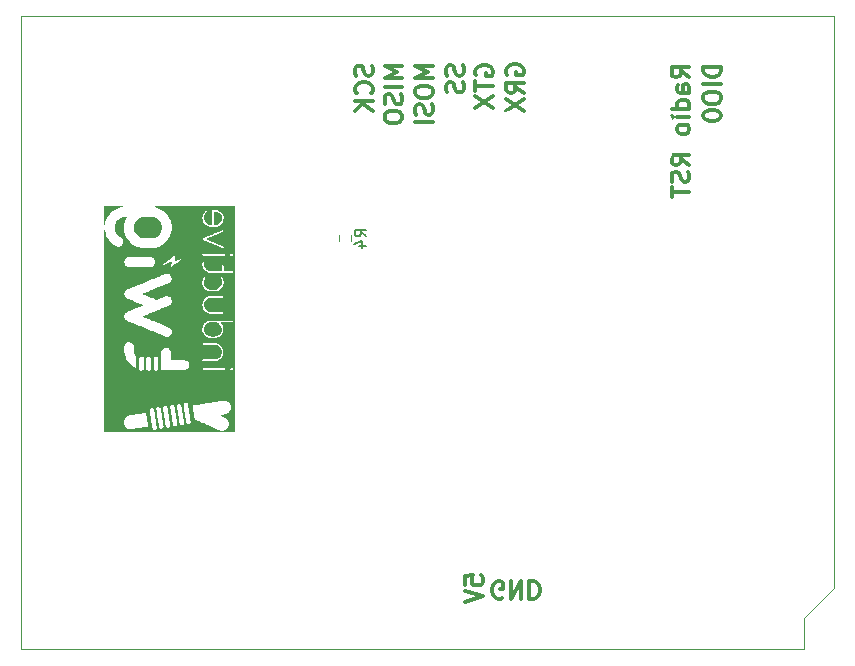
<source format=gbo>
G04 #@! TF.GenerationSoftware,KiCad,Pcbnew,(5.1.2)-2*
G04 #@! TF.CreationDate,2020-02-19T10:12:50-05:00*
G04 #@! TF.ProjectId,LoRaShield2,4c6f5261-5368-4696-956c-64322e6b6963,V2*
G04 #@! TF.SameCoordinates,PX437ae70PY8b896f8*
G04 #@! TF.FileFunction,Legend,Bot*
G04 #@! TF.FilePolarity,Positive*
%FSLAX46Y46*%
G04 Gerber Fmt 4.6, Leading zero omitted, Abs format (unit mm)*
G04 Created by KiCad (PCBNEW (5.1.2)-2) date 2020-02-19 10:12:50*
%MOMM*%
%LPD*%
G04 APERTURE LIST*
%ADD10C,0.300000*%
%ADD11C,0.010000*%
%ADD12C,0.120000*%
%ADD13C,0.150000*%
%ADD14O,2.200000X2.200000*%
%ADD15R,2.200000X2.200000*%
%ADD16C,3.400000*%
%ADD17R,4.264000X2.200000*%
%ADD18R,1.900000X1.900000*%
%ADD19O,1.900000X1.900000*%
%ADD20R,0.800000X0.600000*%
G04 APERTURE END LIST*
D10*
X40757142Y4350000D02*
X40614285Y4278572D01*
X40400000Y4278572D01*
X40185714Y4350000D01*
X40042857Y4492858D01*
X39971428Y4635715D01*
X39900000Y4921429D01*
X39900000Y5135715D01*
X39971428Y5421429D01*
X40042857Y5564286D01*
X40185714Y5707143D01*
X40400000Y5778572D01*
X40542857Y5778572D01*
X40757142Y5707143D01*
X40828571Y5635715D01*
X40828571Y5135715D01*
X40542857Y5135715D01*
X41471428Y5778572D02*
X41471428Y4278572D01*
X42328571Y5778572D01*
X42328571Y4278572D01*
X43042857Y5778572D02*
X43042857Y4278572D01*
X43400000Y4278572D01*
X43614285Y4350000D01*
X43757142Y4492858D01*
X43828571Y4635715D01*
X43900000Y4921429D01*
X43900000Y5135715D01*
X43828571Y5421429D01*
X43757142Y5564286D01*
X43614285Y5707143D01*
X43400000Y5778572D01*
X43042857Y5778572D01*
X37578571Y5485715D02*
X37578571Y6200000D01*
X38292857Y6271429D01*
X38221428Y6200000D01*
X38150000Y6057143D01*
X38150000Y5700000D01*
X38221428Y5557143D01*
X38292857Y5485715D01*
X38435714Y5414286D01*
X38792857Y5414286D01*
X38935714Y5485715D01*
X39007142Y5557143D01*
X39078571Y5700000D01*
X39078571Y6057143D01*
X39007142Y6200000D01*
X38935714Y6271429D01*
X37578571Y4985715D02*
X39078571Y4485715D01*
X37578571Y3985715D01*
X59278571Y49350000D02*
X57778571Y49350000D01*
X57778571Y48992858D01*
X57850000Y48778572D01*
X57992857Y48635715D01*
X58135714Y48564286D01*
X58421428Y48492858D01*
X58635714Y48492858D01*
X58921428Y48564286D01*
X59064285Y48635715D01*
X59207142Y48778572D01*
X59278571Y48992858D01*
X59278571Y49350000D01*
X59278571Y47850000D02*
X57778571Y47850000D01*
X57778571Y46850000D02*
X57778571Y46564286D01*
X57850000Y46421429D01*
X57992857Y46278572D01*
X58278571Y46207143D01*
X58778571Y46207143D01*
X59064285Y46278572D01*
X59207142Y46421429D01*
X59278571Y46564286D01*
X59278571Y46850000D01*
X59207142Y46992858D01*
X59064285Y47135715D01*
X58778571Y47207143D01*
X58278571Y47207143D01*
X57992857Y47135715D01*
X57850000Y46992858D01*
X57778571Y46850000D01*
X57778571Y45278572D02*
X57778571Y45135715D01*
X57850000Y44992858D01*
X57921428Y44921429D01*
X58064285Y44850000D01*
X58350000Y44778572D01*
X58707142Y44778572D01*
X58992857Y44850000D01*
X59135714Y44921429D01*
X59207142Y44992858D01*
X59278571Y45135715D01*
X59278571Y45278572D01*
X59207142Y45421429D01*
X59135714Y45492858D01*
X58992857Y45564286D01*
X58707142Y45635715D01*
X58350000Y45635715D01*
X58064285Y45564286D01*
X57921428Y45492858D01*
X57850000Y45421429D01*
X57778571Y45278572D01*
X56578571Y48435715D02*
X55864285Y48935715D01*
X56578571Y49292858D02*
X55078571Y49292858D01*
X55078571Y48721429D01*
X55150000Y48578572D01*
X55221428Y48507143D01*
X55364285Y48435715D01*
X55578571Y48435715D01*
X55721428Y48507143D01*
X55792857Y48578572D01*
X55864285Y48721429D01*
X55864285Y49292858D01*
X56578571Y47150000D02*
X55792857Y47150000D01*
X55650000Y47221429D01*
X55578571Y47364286D01*
X55578571Y47650000D01*
X55650000Y47792858D01*
X56507142Y47150000D02*
X56578571Y47292858D01*
X56578571Y47650000D01*
X56507142Y47792858D01*
X56364285Y47864286D01*
X56221428Y47864286D01*
X56078571Y47792858D01*
X56007142Y47650000D01*
X56007142Y47292858D01*
X55935714Y47150000D01*
X56578571Y45792858D02*
X55078571Y45792858D01*
X56507142Y45792858D02*
X56578571Y45935715D01*
X56578571Y46221429D01*
X56507142Y46364286D01*
X56435714Y46435715D01*
X56292857Y46507143D01*
X55864285Y46507143D01*
X55721428Y46435715D01*
X55650000Y46364286D01*
X55578571Y46221429D01*
X55578571Y45935715D01*
X55650000Y45792858D01*
X56578571Y45078572D02*
X55578571Y45078572D01*
X55078571Y45078572D02*
X55150000Y45150000D01*
X55221428Y45078572D01*
X55150000Y45007143D01*
X55078571Y45078572D01*
X55221428Y45078572D01*
X56578571Y44150000D02*
X56507142Y44292858D01*
X56435714Y44364286D01*
X56292857Y44435715D01*
X55864285Y44435715D01*
X55721428Y44364286D01*
X55650000Y44292858D01*
X55578571Y44150000D01*
X55578571Y43935715D01*
X55650000Y43792858D01*
X55721428Y43721429D01*
X55864285Y43650000D01*
X56292857Y43650000D01*
X56435714Y43721429D01*
X56507142Y43792858D01*
X56578571Y43935715D01*
X56578571Y44150000D01*
X56578571Y41007143D02*
X55864285Y41507143D01*
X56578571Y41864286D02*
X55078571Y41864286D01*
X55078571Y41292858D01*
X55150000Y41150000D01*
X55221428Y41078572D01*
X55364285Y41007143D01*
X55578571Y41007143D01*
X55721428Y41078572D01*
X55792857Y41150000D01*
X55864285Y41292858D01*
X55864285Y41864286D01*
X56507142Y40435715D02*
X56578571Y40221429D01*
X56578571Y39864286D01*
X56507142Y39721429D01*
X56435714Y39650000D01*
X56292857Y39578572D01*
X56150000Y39578572D01*
X56007142Y39650000D01*
X55935714Y39721429D01*
X55864285Y39864286D01*
X55792857Y40150000D01*
X55721428Y40292858D01*
X55650000Y40364286D01*
X55507142Y40435715D01*
X55364285Y40435715D01*
X55221428Y40364286D01*
X55150000Y40292858D01*
X55078571Y40150000D01*
X55078571Y39792858D01*
X55150000Y39578572D01*
X55078571Y39150000D02*
X55078571Y38292858D01*
X56578571Y38721429D02*
X55078571Y38721429D01*
X41150000Y48671429D02*
X41078571Y48814286D01*
X41078571Y49028572D01*
X41150000Y49242858D01*
X41292857Y49385715D01*
X41435714Y49457143D01*
X41721428Y49528572D01*
X41935714Y49528572D01*
X42221428Y49457143D01*
X42364285Y49385715D01*
X42507142Y49242858D01*
X42578571Y49028572D01*
X42578571Y48885715D01*
X42507142Y48671429D01*
X42435714Y48600000D01*
X41935714Y48600000D01*
X41935714Y48885715D01*
X42578571Y47100000D02*
X41864285Y47600000D01*
X42578571Y47957143D02*
X41078571Y47957143D01*
X41078571Y47385715D01*
X41150000Y47242858D01*
X41221428Y47171429D01*
X41364285Y47100000D01*
X41578571Y47100000D01*
X41721428Y47171429D01*
X41792857Y47242858D01*
X41864285Y47385715D01*
X41864285Y47957143D01*
X41078571Y46600000D02*
X42578571Y45600000D01*
X41078571Y45600000D02*
X42578571Y46600000D01*
X38550000Y48592858D02*
X38478571Y48735715D01*
X38478571Y48950000D01*
X38550000Y49164286D01*
X38692857Y49307143D01*
X38835714Y49378572D01*
X39121428Y49450000D01*
X39335714Y49450000D01*
X39621428Y49378572D01*
X39764285Y49307143D01*
X39907142Y49164286D01*
X39978571Y48950000D01*
X39978571Y48807143D01*
X39907142Y48592858D01*
X39835714Y48521429D01*
X39335714Y48521429D01*
X39335714Y48807143D01*
X38478571Y48092858D02*
X38478571Y47235715D01*
X39978571Y47664286D02*
X38478571Y47664286D01*
X38478571Y46878572D02*
X39978571Y45878572D01*
X38478571Y45878572D02*
X39978571Y46878572D01*
X37407142Y49442858D02*
X37478571Y49228572D01*
X37478571Y48871429D01*
X37407142Y48728572D01*
X37335714Y48657143D01*
X37192857Y48585715D01*
X37050000Y48585715D01*
X36907142Y48657143D01*
X36835714Y48728572D01*
X36764285Y48871429D01*
X36692857Y49157143D01*
X36621428Y49300000D01*
X36550000Y49371429D01*
X36407142Y49442858D01*
X36264285Y49442858D01*
X36121428Y49371429D01*
X36050000Y49300000D01*
X35978571Y49157143D01*
X35978571Y48800000D01*
X36050000Y48585715D01*
X37407142Y48014286D02*
X37478571Y47800000D01*
X37478571Y47442858D01*
X37407142Y47300000D01*
X37335714Y47228572D01*
X37192857Y47157143D01*
X37050000Y47157143D01*
X36907142Y47228572D01*
X36835714Y47300000D01*
X36764285Y47442858D01*
X36692857Y47728572D01*
X36621428Y47871429D01*
X36550000Y47942858D01*
X36407142Y48014286D01*
X36264285Y48014286D01*
X36121428Y47942858D01*
X36050000Y47871429D01*
X35978571Y47728572D01*
X35978571Y47371429D01*
X36050000Y47157143D01*
X34878571Y49357143D02*
X33378571Y49357143D01*
X34450000Y48857143D01*
X33378571Y48357143D01*
X34878571Y48357143D01*
X33378571Y47357143D02*
X33378571Y47071429D01*
X33450000Y46928572D01*
X33592857Y46785715D01*
X33878571Y46714286D01*
X34378571Y46714286D01*
X34664285Y46785715D01*
X34807142Y46928572D01*
X34878571Y47071429D01*
X34878571Y47357143D01*
X34807142Y47500000D01*
X34664285Y47642858D01*
X34378571Y47714286D01*
X33878571Y47714286D01*
X33592857Y47642858D01*
X33450000Y47500000D01*
X33378571Y47357143D01*
X34807142Y46142858D02*
X34878571Y45928572D01*
X34878571Y45571429D01*
X34807142Y45428572D01*
X34735714Y45357143D01*
X34592857Y45285715D01*
X34450000Y45285715D01*
X34307142Y45357143D01*
X34235714Y45428572D01*
X34164285Y45571429D01*
X34092857Y45857143D01*
X34021428Y46000000D01*
X33950000Y46071429D01*
X33807142Y46142858D01*
X33664285Y46142858D01*
X33521428Y46071429D01*
X33450000Y46000000D01*
X33378571Y45857143D01*
X33378571Y45500000D01*
X33450000Y45285715D01*
X34878571Y44642858D02*
X33378571Y44642858D01*
X32278571Y49357143D02*
X30778571Y49357143D01*
X31850000Y48857143D01*
X30778571Y48357143D01*
X32278571Y48357143D01*
X32278571Y47642858D02*
X30778571Y47642858D01*
X32207142Y47000000D02*
X32278571Y46785715D01*
X32278571Y46428572D01*
X32207142Y46285715D01*
X32135714Y46214286D01*
X31992857Y46142858D01*
X31850000Y46142858D01*
X31707142Y46214286D01*
X31635714Y46285715D01*
X31564285Y46428572D01*
X31492857Y46714286D01*
X31421428Y46857143D01*
X31350000Y46928572D01*
X31207142Y47000000D01*
X31064285Y47000000D01*
X30921428Y46928572D01*
X30850000Y46857143D01*
X30778571Y46714286D01*
X30778571Y46357143D01*
X30850000Y46142858D01*
X30778571Y45214286D02*
X30778571Y44928572D01*
X30850000Y44785715D01*
X30992857Y44642858D01*
X31278571Y44571429D01*
X31778571Y44571429D01*
X32064285Y44642858D01*
X32207142Y44785715D01*
X32278571Y44928572D01*
X32278571Y45214286D01*
X32207142Y45357143D01*
X32064285Y45500000D01*
X31778571Y45571429D01*
X31278571Y45571429D01*
X30992857Y45500000D01*
X30850000Y45357143D01*
X30778571Y45214286D01*
X29707142Y49428572D02*
X29778571Y49214286D01*
X29778571Y48857143D01*
X29707142Y48714286D01*
X29635714Y48642858D01*
X29492857Y48571429D01*
X29350000Y48571429D01*
X29207142Y48642858D01*
X29135714Y48714286D01*
X29064285Y48857143D01*
X28992857Y49142858D01*
X28921428Y49285715D01*
X28850000Y49357143D01*
X28707142Y49428572D01*
X28564285Y49428572D01*
X28421428Y49357143D01*
X28350000Y49285715D01*
X28278571Y49142858D01*
X28278571Y48785715D01*
X28350000Y48571429D01*
X29635714Y47071429D02*
X29707142Y47142858D01*
X29778571Y47357143D01*
X29778571Y47500000D01*
X29707142Y47714286D01*
X29564285Y47857143D01*
X29421428Y47928572D01*
X29135714Y48000000D01*
X28921428Y48000000D01*
X28635714Y47928572D01*
X28492857Y47857143D01*
X28350000Y47714286D01*
X28278571Y47500000D01*
X28278571Y47357143D01*
X28350000Y47142858D01*
X28421428Y47071429D01*
X29778571Y46428572D02*
X28278571Y46428572D01*
X29778571Y45571429D02*
X28921428Y46214286D01*
X28278571Y45571429D02*
X29135714Y46428572D01*
D11*
G36*
X16925316Y36592487D02*
G01*
X16922635Y36639085D01*
X16916742Y36674857D01*
X16906473Y36707081D01*
X16891914Y36740369D01*
X16838286Y36827979D01*
X16766128Y36906412D01*
X16682226Y36968545D01*
X16665687Y36977829D01*
X16599729Y37006754D01*
X16522480Y37031175D01*
X16444852Y37048184D01*
X16377757Y37054871D01*
X16376675Y37054879D01*
X16335400Y37055100D01*
X16335400Y36001000D01*
X16378117Y36001000D01*
X16488763Y36012550D01*
X16595677Y36045492D01*
X16694579Y36097265D01*
X16781187Y36165307D01*
X16851221Y36247056D01*
X16884786Y36304199D01*
X16903061Y36342923D01*
X16914945Y36374967D01*
X16921804Y36407760D01*
X16925006Y36448728D01*
X16925919Y36505300D01*
X16925950Y36527782D01*
X16925316Y36592487D01*
X16925316Y36592487D01*
G37*
X16925316Y36592487D02*
X16922635Y36639085D01*
X16916742Y36674857D01*
X16906473Y36707081D01*
X16891914Y36740369D01*
X16838286Y36827979D01*
X16766128Y36906412D01*
X16682226Y36968545D01*
X16665687Y36977829D01*
X16599729Y37006754D01*
X16522480Y37031175D01*
X16444852Y37048184D01*
X16377757Y37054871D01*
X16376675Y37054879D01*
X16335400Y37055100D01*
X16335400Y36001000D01*
X16378117Y36001000D01*
X16488763Y36012550D01*
X16595677Y36045492D01*
X16694579Y36097265D01*
X16781187Y36165307D01*
X16851221Y36247056D01*
X16884786Y36304199D01*
X16903061Y36342923D01*
X16914945Y36374967D01*
X16921804Y36407760D01*
X16925006Y36448728D01*
X16925919Y36505300D01*
X16925950Y36527782D01*
X16925316Y36592487D01*
G36*
X16903909Y27166809D02*
G01*
X16888343Y27285230D01*
X16853453Y27388477D01*
X16797640Y27479573D01*
X16719305Y27561537D01*
X16676732Y27595907D01*
X16625331Y27631481D01*
X16575239Y27658236D01*
X16521323Y27677529D01*
X16458454Y27690714D01*
X16381501Y27699147D01*
X16285332Y27704181D01*
X16264091Y27704876D01*
X16135831Y27706299D01*
X16028553Y27701362D01*
X15938407Y27689037D01*
X15861542Y27668301D01*
X15794106Y27638126D01*
X15732250Y27597488D01*
X15674771Y27547897D01*
X15609072Y27478139D01*
X15561914Y27409830D01*
X15528230Y27335049D01*
X15517636Y27302369D01*
X15502084Y27221598D01*
X15497783Y27130032D01*
X15504535Y27038681D01*
X15522142Y26958551D01*
X15523913Y26953249D01*
X15560058Y26869844D01*
X15609895Y26794870D01*
X15678493Y26720844D01*
X15686527Y26713255D01*
X15746424Y26664149D01*
X15810889Y26626283D01*
X15883837Y26598559D01*
X15969183Y26579881D01*
X16070842Y26569152D01*
X16192729Y26565274D01*
X16214750Y26565216D01*
X16334559Y26568292D01*
X16434062Y26578259D01*
X16517754Y26596525D01*
X16590128Y26624496D01*
X16655681Y26663580D01*
X16718906Y26715185D01*
X16731542Y26727012D01*
X16807186Y26810383D01*
X16860030Y26896404D01*
X16891916Y26989777D01*
X16904686Y27095203D01*
X16903909Y27166809D01*
X16903909Y27166809D01*
G37*
X16903909Y27166809D02*
X16888343Y27285230D01*
X16853453Y27388477D01*
X16797640Y27479573D01*
X16719305Y27561537D01*
X16676732Y27595907D01*
X16625331Y27631481D01*
X16575239Y27658236D01*
X16521323Y27677529D01*
X16458454Y27690714D01*
X16381501Y27699147D01*
X16285332Y27704181D01*
X16264091Y27704876D01*
X16135831Y27706299D01*
X16028553Y27701362D01*
X15938407Y27689037D01*
X15861542Y27668301D01*
X15794106Y27638126D01*
X15732250Y27597488D01*
X15674771Y27547897D01*
X15609072Y27478139D01*
X15561914Y27409830D01*
X15528230Y27335049D01*
X15517636Y27302369D01*
X15502084Y27221598D01*
X15497783Y27130032D01*
X15504535Y27038681D01*
X15522142Y26958551D01*
X15523913Y26953249D01*
X15560058Y26869844D01*
X15609895Y26794870D01*
X15678493Y26720844D01*
X15686527Y26713255D01*
X15746424Y26664149D01*
X15810889Y26626283D01*
X15883837Y26598559D01*
X15969183Y26579881D01*
X16070842Y26569152D01*
X16192729Y26565274D01*
X16214750Y26565216D01*
X16334559Y26568292D01*
X16434062Y26578259D01*
X16517754Y26596525D01*
X16590128Y26624496D01*
X16655681Y26663580D01*
X16718906Y26715185D01*
X16731542Y26727012D01*
X16807186Y26810383D01*
X16860030Y26896404D01*
X16891916Y26989777D01*
X16904686Y27095203D01*
X16903909Y27166809D01*
G36*
X11829656Y35892608D02*
G01*
X11799024Y36024984D01*
X11746509Y36147003D01*
X11670914Y36261543D01*
X11585961Y36356828D01*
X11505825Y36430763D01*
X11428770Y36487288D01*
X11346362Y36531632D01*
X11250166Y36569025D01*
X11236350Y36573602D01*
X11209900Y36581785D01*
X11184039Y36588336D01*
X11155502Y36593485D01*
X11121026Y36597461D01*
X11077344Y36600492D01*
X11021192Y36602807D01*
X10949304Y36604636D01*
X10858416Y36606207D01*
X10750286Y36607684D01*
X10617512Y36608972D01*
X10506759Y36608838D01*
X10414665Y36606865D01*
X10337871Y36602637D01*
X10273015Y36595739D01*
X10216739Y36585754D01*
X10165682Y36572265D01*
X10116483Y36554857D01*
X10065783Y36533114D01*
X10036200Y36519232D01*
X9983420Y36492090D01*
X9938410Y36463747D01*
X9894317Y36429068D01*
X9844292Y36382918D01*
X9812701Y36351722D01*
X9726692Y36256222D01*
X9661751Y36161640D01*
X9614441Y36062215D01*
X9586189Y35972243D01*
X9571485Y35894112D01*
X9562577Y35804131D01*
X9560055Y35713318D01*
X9564512Y35632695D01*
X9566998Y35614040D01*
X9595423Y35487108D01*
X9640495Y35373061D01*
X9704949Y35266495D01*
X9791521Y35162006D01*
X9800831Y35152163D01*
X9899209Y35061547D01*
X10003178Y34991735D01*
X10119874Y34938175D01*
X10156850Y34925122D01*
X10186736Y34915422D01*
X10213842Y34907728D01*
X10241618Y34901761D01*
X10273514Y34897239D01*
X10312979Y34893881D01*
X10363465Y34891409D01*
X10428420Y34889540D01*
X10511296Y34887995D01*
X10615541Y34886494D01*
X10635359Y34886226D01*
X10782446Y34885059D01*
X10907285Y34886189D01*
X11012967Y34890141D01*
X11102582Y34897439D01*
X11179221Y34908608D01*
X11245975Y34924171D01*
X11305933Y34944654D01*
X11362186Y34970580D01*
X11417824Y35002475D01*
X11452482Y35024885D01*
X11571346Y35118660D01*
X11669333Y35226492D01*
X11745780Y35347142D01*
X11800024Y35479373D01*
X11831401Y35621945D01*
X11839600Y35747000D01*
X11829656Y35892608D01*
X11829656Y35892608D01*
G37*
X11829656Y35892608D02*
X11799024Y36024984D01*
X11746509Y36147003D01*
X11670914Y36261543D01*
X11585961Y36356828D01*
X11505825Y36430763D01*
X11428770Y36487288D01*
X11346362Y36531632D01*
X11250166Y36569025D01*
X11236350Y36573602D01*
X11209900Y36581785D01*
X11184039Y36588336D01*
X11155502Y36593485D01*
X11121026Y36597461D01*
X11077344Y36600492D01*
X11021192Y36602807D01*
X10949304Y36604636D01*
X10858416Y36606207D01*
X10750286Y36607684D01*
X10617512Y36608972D01*
X10506759Y36608838D01*
X10414665Y36606865D01*
X10337871Y36602637D01*
X10273015Y36595739D01*
X10216739Y36585754D01*
X10165682Y36572265D01*
X10116483Y36554857D01*
X10065783Y36533114D01*
X10036200Y36519232D01*
X9983420Y36492090D01*
X9938410Y36463747D01*
X9894317Y36429068D01*
X9844292Y36382918D01*
X9812701Y36351722D01*
X9726692Y36256222D01*
X9661751Y36161640D01*
X9614441Y36062215D01*
X9586189Y35972243D01*
X9571485Y35894112D01*
X9562577Y35804131D01*
X9560055Y35713318D01*
X9564512Y35632695D01*
X9566998Y35614040D01*
X9595423Y35487108D01*
X9640495Y35373061D01*
X9704949Y35266495D01*
X9791521Y35162006D01*
X9800831Y35152163D01*
X9899209Y35061547D01*
X10003178Y34991735D01*
X10119874Y34938175D01*
X10156850Y34925122D01*
X10186736Y34915422D01*
X10213842Y34907728D01*
X10241618Y34901761D01*
X10273514Y34897239D01*
X10312979Y34893881D01*
X10363465Y34891409D01*
X10428420Y34889540D01*
X10511296Y34887995D01*
X10615541Y34886494D01*
X10635359Y34886226D01*
X10782446Y34885059D01*
X10907285Y34886189D01*
X11012967Y34890141D01*
X11102582Y34897439D01*
X11179221Y34908608D01*
X11245975Y34924171D01*
X11305933Y34944654D01*
X11362186Y34970580D01*
X11417824Y35002475D01*
X11452482Y35024885D01*
X11571346Y35118660D01*
X11669333Y35226492D01*
X11745780Y35347142D01*
X11800024Y35479373D01*
X11831401Y35621945D01*
X11839600Y35747000D01*
X11829656Y35892608D01*
G36*
X7766075Y37523929D02*
G01*
X7000900Y37525000D01*
X7002131Y36728075D01*
X7002415Y36566779D01*
X7002759Y36429353D01*
X7003206Y36314266D01*
X7003798Y36219988D01*
X7004577Y36144988D01*
X7005586Y36087736D01*
X7006867Y36046701D01*
X7008462Y36020353D01*
X7010414Y36007162D01*
X7012764Y36005598D01*
X7015556Y36014129D01*
X7018832Y36031225D01*
X7021033Y36044866D01*
X7064965Y36245887D01*
X7132766Y36438968D01*
X7223843Y36623006D01*
X7337602Y36796900D01*
X7473452Y36959548D01*
X7560072Y37046359D01*
X7725891Y37186700D01*
X7899831Y37303060D01*
X8082316Y37395663D01*
X8273770Y37464734D01*
X8416950Y37499929D01*
X8531250Y37522859D01*
X7766075Y37523929D01*
X7766075Y37523929D01*
G37*
X7766075Y37523929D02*
X7000900Y37525000D01*
X7002131Y36728075D01*
X7002415Y36566779D01*
X7002759Y36429353D01*
X7003206Y36314266D01*
X7003798Y36219988D01*
X7004577Y36144988D01*
X7005586Y36087736D01*
X7006867Y36046701D01*
X7008462Y36020353D01*
X7010414Y36007162D01*
X7012764Y36005598D01*
X7015556Y36014129D01*
X7018832Y36031225D01*
X7021033Y36044866D01*
X7064965Y36245887D01*
X7132766Y36438968D01*
X7223843Y36623006D01*
X7337602Y36796900D01*
X7473452Y36959548D01*
X7560072Y37046359D01*
X7725891Y37186700D01*
X7899831Y37303060D01*
X8082316Y37395663D01*
X8273770Y37464734D01*
X8416950Y37499929D01*
X8531250Y37522859D01*
X7766075Y37523929D01*
G36*
X14617725Y37523853D02*
G01*
X14263918Y37523716D01*
X13934731Y37523550D01*
X13629383Y37523350D01*
X13347097Y37523114D01*
X13087091Y37522836D01*
X12848585Y37522512D01*
X12630801Y37522139D01*
X12432958Y37521713D01*
X12254276Y37521229D01*
X12093975Y37520683D01*
X11951276Y37520071D01*
X11825398Y37519389D01*
X11715563Y37518633D01*
X11620989Y37517799D01*
X11540898Y37516883D01*
X11474508Y37515880D01*
X11421042Y37514786D01*
X11379718Y37513599D01*
X11349756Y37512312D01*
X11330378Y37510922D01*
X11320802Y37509426D01*
X11320250Y37507819D01*
X11325250Y37506545D01*
X11513746Y37459657D01*
X11697147Y37389493D01*
X11873192Y37298018D01*
X12039618Y37187199D01*
X12194162Y37059000D01*
X12334563Y36915388D01*
X12458557Y36758328D01*
X12563882Y36589785D01*
X12648276Y36411726D01*
X12678085Y36331200D01*
X12717982Y36186753D01*
X12746306Y36026705D01*
X12762463Y35858360D01*
X12765855Y35689023D01*
X12755888Y35525997D01*
X12748528Y35467600D01*
X12725332Y35346457D01*
X12691166Y35218535D01*
X12648885Y35092654D01*
X12601345Y34977635D01*
X12569100Y34913105D01*
X12471129Y34755648D01*
X12353307Y34603973D01*
X12219725Y34462077D01*
X12074474Y34333956D01*
X11921648Y34223607D01*
X11779673Y34142119D01*
X11686802Y34098139D01*
X11595835Y34061138D01*
X11503720Y34030651D01*
X11407409Y34006209D01*
X11303852Y33987348D01*
X11189998Y33973599D01*
X11062800Y33964497D01*
X10919205Y33959574D01*
X10756166Y33958363D01*
X10590101Y33960066D01*
X10469958Y33962272D01*
X10371754Y33964661D01*
X10292030Y33967442D01*
X10227325Y33970825D01*
X10174178Y33975019D01*
X10129130Y33980234D01*
X10088721Y33986678D01*
X10061149Y33992072D01*
X9878747Y34038504D01*
X9711839Y34099379D01*
X9556324Y34176960D01*
X9408097Y34273512D01*
X9263054Y34391296D01*
X9159474Y34489335D01*
X9028353Y34630914D01*
X8919722Y34772332D01*
X8831094Y34918035D01*
X8759980Y35072467D01*
X8703891Y35240072D01*
X8675172Y35354331D01*
X8664525Y35405086D01*
X8656730Y35451923D01*
X8651363Y35500378D01*
X8647998Y35555984D01*
X8646211Y35624278D01*
X8645579Y35710795D01*
X8645550Y35740650D01*
X8646164Y35841557D01*
X8648214Y35922052D01*
X8652017Y35987095D01*
X8657889Y36041647D01*
X8666146Y36090671D01*
X8668611Y36102600D01*
X8700005Y36227499D01*
X8740116Y36353069D01*
X8785471Y36469010D01*
X8810532Y36523205D01*
X8855634Y36614465D01*
X8736905Y36606666D01*
X8587768Y36585894D01*
X8451874Y36543700D01*
X8327925Y36479487D01*
X8214623Y36392661D01*
X8164800Y36343996D01*
X8072542Y36229624D01*
X8002484Y36104714D01*
X7954954Y35971648D01*
X7930280Y35832806D01*
X7928792Y35690567D01*
X7950818Y35547313D01*
X7996687Y35405422D01*
X8026216Y35340600D01*
X8081024Y35251681D01*
X8154377Y35163103D01*
X8240115Y35081098D01*
X8332077Y35011900D01*
X8378819Y34983859D01*
X8458065Y34937029D01*
X8518080Y34892089D01*
X8564096Y34844085D01*
X8601342Y34788064D01*
X8616853Y34758479D01*
X8637266Y34714472D01*
X8649623Y34678090D01*
X8655902Y34639842D01*
X8658081Y34590238D01*
X8658250Y34559821D01*
X8657233Y34500596D01*
X8652901Y34457101D01*
X8643335Y34419702D01*
X8626615Y34378769D01*
X8618847Y34362098D01*
X8574500Y34281643D01*
X8524961Y34220506D01*
X8464498Y34172612D01*
X8412956Y34143885D01*
X8370634Y34124118D01*
X8335741Y34111842D01*
X8299536Y34105298D01*
X8253276Y34102728D01*
X8206475Y34102350D01*
X8150958Y34102799D01*
X8110196Y34105518D01*
X8075831Y34112560D01*
X8039505Y34125982D01*
X7992861Y34147837D01*
X7964538Y34161834D01*
X7788721Y34263062D01*
X7626763Y34384451D01*
X7480117Y34523996D01*
X7350236Y34679696D01*
X7238572Y34849546D01*
X7146578Y35031545D01*
X7075706Y35223687D01*
X7027408Y35423972D01*
X7020809Y35463384D01*
X7019654Y35468104D01*
X7018548Y35466736D01*
X7017491Y35458755D01*
X7016482Y35443639D01*
X7015519Y35420862D01*
X7014601Y35389902D01*
X7013727Y35350233D01*
X7012895Y35301332D01*
X7012106Y35242676D01*
X7011357Y35173740D01*
X7010647Y35094000D01*
X7009976Y35002932D01*
X7009341Y34900012D01*
X7008742Y34784717D01*
X7008179Y34656522D01*
X7007648Y34514904D01*
X7007150Y34359338D01*
X7006683Y34189301D01*
X7006247Y34004268D01*
X7005839Y33803715D01*
X7005459Y33587120D01*
X7005105Y33353957D01*
X7004777Y33103702D01*
X7004474Y32835833D01*
X7004193Y32549824D01*
X7003934Y32245152D01*
X7003696Y31921293D01*
X7003478Y31577723D01*
X7003278Y31213918D01*
X7003095Y30829354D01*
X7002929Y30423507D01*
X7002778Y29995853D01*
X7002640Y29545868D01*
X7002515Y29073028D01*
X7002402Y28576810D01*
X7002299Y28056689D01*
X7002205Y27512141D01*
X7002131Y27025275D01*
X7000900Y18475000D01*
X9232525Y18475000D01*
X9232525Y18652346D01*
X9110873Y18664538D01*
X8998550Y18700150D01*
X8894886Y18759483D01*
X8799214Y18842832D01*
X8794317Y18847965D01*
X8742973Y18911325D01*
X8696356Y18985352D01*
X8659737Y19060751D01*
X8640267Y19119577D01*
X8630110Y19189188D01*
X8627433Y19272001D01*
X8631882Y19357304D01*
X8643106Y19434390D01*
X8651713Y19468353D01*
X8682466Y19542558D01*
X8727871Y19620383D01*
X8782189Y19693594D01*
X8839679Y19753956D01*
X8865543Y19775093D01*
X8893087Y19795049D01*
X8918875Y19812503D01*
X8945002Y19827959D01*
X8973560Y19841917D01*
X9006644Y19854883D01*
X9046347Y19867358D01*
X9094762Y19879846D01*
X9153984Y19892850D01*
X9226105Y19906872D01*
X9313219Y19922415D01*
X9417419Y19939983D01*
X9540800Y19960078D01*
X9685454Y19983203D01*
X9744100Y19992510D01*
X9744100Y23783920D01*
X9672720Y23815487D01*
X9504141Y23903416D01*
X9344847Y24012825D01*
X9197042Y24140997D01*
X9062924Y24285215D01*
X8944696Y24442761D01*
X8844559Y24610919D01*
X8764713Y24786970D01*
X8707359Y24968198D01*
X8694996Y25022549D01*
X8680322Y25108797D01*
X8668548Y25208426D01*
X8659924Y25315430D01*
X8654703Y25423805D01*
X8653136Y25527546D01*
X8655475Y25620649D01*
X8661972Y25697110D01*
X8665700Y25721192D01*
X8695756Y25820270D01*
X8745309Y25906372D01*
X8811129Y25977869D01*
X8889990Y26033132D01*
X8978664Y26070534D01*
X9073923Y26088445D01*
X9172539Y26085238D01*
X9271285Y26059283D01*
X9305957Y26044196D01*
X9364815Y26006169D01*
X9424218Y25951500D01*
X9476931Y25887727D01*
X9512704Y25828723D01*
X9524397Y25803804D01*
X9533265Y25780424D01*
X9539847Y25754405D01*
X9544686Y25721569D01*
X9548322Y25677739D01*
X9551297Y25618736D01*
X9554152Y25540383D01*
X9555528Y25498100D01*
X9560890Y25376333D01*
X9569125Y25275597D01*
X9581316Y25191586D01*
X9598546Y25119995D01*
X9621898Y25056517D01*
X9652455Y24996847D01*
X9691299Y24936679D01*
X9699701Y24924842D01*
X9744100Y24863041D01*
X9744100Y23783920D01*
X9744100Y19992510D01*
X9822044Y20004880D01*
X9957040Y20026227D01*
X10084372Y20046263D01*
X10154191Y20057191D01*
X10154191Y23595442D01*
X10088464Y23606494D01*
X10027938Y23634063D01*
X9977188Y23677807D01*
X9940792Y23737380D01*
X9933891Y23756546D01*
X9931568Y23776637D01*
X9929556Y23819039D01*
X9927903Y23880667D01*
X9926661Y23958435D01*
X9925877Y24049255D01*
X9925603Y24150042D01*
X9925871Y24254609D01*
X9928250Y24719268D01*
X9964593Y24771687D01*
X10015056Y24824739D01*
X10076252Y24858639D01*
X10143363Y24873692D01*
X10211572Y24870202D01*
X10276061Y24848472D01*
X10332013Y24808807D01*
X10374610Y24751511D01*
X10377562Y24745628D01*
X10384648Y24730056D01*
X10390370Y24713793D01*
X10394873Y24694077D01*
X10398303Y24668147D01*
X10400806Y24633239D01*
X10402526Y24586594D01*
X10403611Y24525450D01*
X10404204Y24447043D01*
X10404452Y24348614D01*
X10404500Y24234450D01*
X10404445Y24114514D01*
X10404182Y24017216D01*
X10403567Y23939795D01*
X10402452Y23879489D01*
X10400694Y23833537D01*
X10398145Y23799175D01*
X10394662Y23773644D01*
X10390098Y23754180D01*
X10384307Y23738024D01*
X10377562Y23723271D01*
X10336803Y23664822D01*
X10282936Y23624263D01*
X10220540Y23601251D01*
X10154191Y23595442D01*
X10154191Y20057191D01*
X10201861Y20064653D01*
X10307333Y20081060D01*
X10398610Y20095149D01*
X10473515Y20106583D01*
X10529872Y20115027D01*
X10565504Y20120144D01*
X10578235Y20121598D01*
X10578236Y20121597D01*
X10581830Y20107694D01*
X10588544Y20071717D01*
X10597938Y20016607D01*
X10609570Y19945302D01*
X10623001Y19860741D01*
X10637790Y19765863D01*
X10653496Y19663608D01*
X10669680Y19556914D01*
X10685899Y19448720D01*
X10701715Y19341966D01*
X10716687Y19239591D01*
X10730373Y19144533D01*
X10742334Y19059732D01*
X10752129Y18988127D01*
X10759318Y18932656D01*
X10763460Y18896260D01*
X10764114Y18881876D01*
X10764051Y18881790D01*
X10748354Y18877071D01*
X10710185Y18869260D01*
X10652232Y18858760D01*
X10577184Y18845975D01*
X10487726Y18831306D01*
X10386547Y18815156D01*
X10276335Y18797928D01*
X10159775Y18780025D01*
X10039557Y18761848D01*
X9918367Y18743801D01*
X9798892Y18726287D01*
X9683821Y18709708D01*
X9575841Y18694466D01*
X9477638Y18680964D01*
X9391901Y18669605D01*
X9321318Y18660792D01*
X9268574Y18654926D01*
X9236358Y18652411D01*
X9232525Y18652346D01*
X9232525Y18475000D01*
X10764219Y18475000D01*
X10764219Y23594080D01*
X10697406Y23599915D01*
X10634861Y23623180D01*
X10580945Y23662950D01*
X10540016Y23718299D01*
X10517713Y23781518D01*
X10515537Y23805049D01*
X10513660Y23850660D01*
X10512132Y23915033D01*
X10511003Y23994848D01*
X10510324Y24086787D01*
X10510144Y24187531D01*
X10510365Y24266200D01*
X10510996Y24383807D01*
X10511757Y24478767D01*
X10512807Y24553831D01*
X10514301Y24611751D01*
X10516397Y24655280D01*
X10519253Y24687168D01*
X10523025Y24710169D01*
X10527870Y24727035D01*
X10533947Y24740517D01*
X10537850Y24747453D01*
X10564250Y24782887D01*
X10599462Y24819225D01*
X10611070Y24829207D01*
X10672089Y24863282D01*
X10740206Y24876082D01*
X10809994Y24868426D01*
X10876024Y24841134D01*
X10932869Y24795028D01*
X10946690Y24778480D01*
X10982350Y24731727D01*
X10982350Y23737172D01*
X10946690Y23690419D01*
X10893220Y23638407D01*
X10830944Y23606603D01*
X10764219Y23594080D01*
X10764219Y18475000D01*
X11261491Y18475000D01*
X11261491Y18591564D01*
X11189934Y18605954D01*
X11172325Y18613171D01*
X11123885Y18643403D01*
X11081265Y18684488D01*
X11051843Y18728632D01*
X11044747Y18747926D01*
X11039290Y18774561D01*
X11030640Y18822980D01*
X11019231Y18890362D01*
X11005498Y18973887D01*
X10989875Y19070734D01*
X10972797Y19178084D01*
X10954698Y19293116D01*
X10936013Y19413010D01*
X10917177Y19534945D01*
X10898623Y19656102D01*
X10880787Y19773659D01*
X10864103Y19884797D01*
X10849005Y19986696D01*
X10835928Y20076534D01*
X10825306Y20151492D01*
X10817574Y20208750D01*
X10813167Y20245487D01*
X10812296Y20256680D01*
X10818305Y20329061D01*
X10836013Y20379436D01*
X10876778Y20435684D01*
X10934238Y20474959D01*
X10985642Y20493476D01*
X11053428Y20499743D01*
X11121116Y20485149D01*
X11182132Y20452632D01*
X11229901Y20405128D01*
X11246667Y20376879D01*
X11253354Y20354291D01*
X11263184Y20309322D01*
X11275723Y20244739D01*
X11290537Y20163308D01*
X11307191Y20067795D01*
X11325252Y19960966D01*
X11342986Y19853463D01*
X11342986Y23594763D01*
X11308870Y23600253D01*
X11276266Y23615168D01*
X11254361Y23628639D01*
X11197692Y23677904D01*
X11168646Y23721640D01*
X11161418Y23737065D01*
X11155579Y23752961D01*
X11150982Y23772087D01*
X11147478Y23797197D01*
X11144919Y23831049D01*
X11143157Y23876399D01*
X11142043Y23936003D01*
X11141430Y24012619D01*
X11141168Y24109002D01*
X11141111Y24227908D01*
X11141111Y24233615D01*
X11141160Y24353623D01*
X11141414Y24450991D01*
X11142018Y24528483D01*
X11143118Y24588858D01*
X11144862Y24634878D01*
X11147396Y24669305D01*
X11150866Y24694899D01*
X11155420Y24714421D01*
X11161203Y24730634D01*
X11168331Y24746230D01*
X11211239Y24805933D01*
X11254056Y24840066D01*
X11291082Y24861580D01*
X11322909Y24872039D01*
X11361366Y24874303D01*
X11390419Y24873045D01*
X11466545Y24859686D01*
X11526258Y24828256D01*
X11572974Y24776553D01*
X11592167Y24743131D01*
X11623700Y24680312D01*
X11623700Y23788587D01*
X11592167Y23725768D01*
X11550574Y23663323D01*
X11497660Y23622228D01*
X11430009Y23600284D01*
X11390419Y23595854D01*
X11342986Y23594763D01*
X11342986Y19853463D01*
X11344285Y19845588D01*
X11363856Y19724426D01*
X11383531Y19600248D01*
X11402875Y19475819D01*
X11421456Y19353905D01*
X11438837Y19237273D01*
X11454586Y19128689D01*
X11468268Y19030919D01*
X11479449Y18946729D01*
X11487695Y18878886D01*
X11492572Y18830156D01*
X11493645Y18803304D01*
X11493642Y18803266D01*
X11477548Y18731143D01*
X11442211Y18671500D01*
X11391705Y18626749D01*
X11330107Y18599300D01*
X11261491Y18591564D01*
X11261491Y18475000D01*
X11835237Y18475000D01*
X11835237Y18682394D01*
X11768422Y18689901D01*
X11711257Y18714656D01*
X11710525Y18715154D01*
X11691936Y18727941D01*
X11675821Y18740209D01*
X11661682Y18753910D01*
X11649020Y18771002D01*
X11637336Y18793438D01*
X11626134Y18823173D01*
X11614913Y18862161D01*
X11603176Y18912359D01*
X11590424Y18975720D01*
X11576159Y19054199D01*
X11559882Y19149751D01*
X11541095Y19264331D01*
X11519300Y19399894D01*
X11493998Y19558394D01*
X11491438Y19574438D01*
X11469892Y19709774D01*
X11449559Y19838079D01*
X11430793Y19957082D01*
X11413948Y20064509D01*
X11399377Y20158088D01*
X11387436Y20235547D01*
X11378478Y20294614D01*
X11372856Y20333015D01*
X11370930Y20348250D01*
X11373560Y20377250D01*
X11381434Y20415188D01*
X11382959Y20420880D01*
X11411327Y20481885D01*
X11456968Y20535366D01*
X11501059Y20566403D01*
X11560036Y20584584D01*
X11627364Y20586380D01*
X11692264Y20572119D01*
X11719169Y20559790D01*
X11739561Y20548285D01*
X11757230Y20537195D01*
X11772683Y20524599D01*
X11786429Y20508575D01*
X11798976Y20487203D01*
X11800773Y20482862D01*
X11800773Y23668737D01*
X11804312Y24472293D01*
X11807850Y25275850D01*
X11839110Y25339350D01*
X11880451Y25404254D01*
X11937640Y25468816D01*
X12002519Y25524884D01*
X12061850Y25561893D01*
X12125181Y25582917D01*
X12202607Y25593887D01*
X12268232Y25594546D01*
X12268232Y26460060D01*
X12236339Y26463945D01*
X12216146Y26470109D01*
X12174148Y26485333D01*
X12112002Y26508941D01*
X12031363Y26540256D01*
X11933886Y26578603D01*
X11821228Y26623305D01*
X11695042Y26673684D01*
X11556986Y26729067D01*
X11408714Y26788774D01*
X11251882Y26852132D01*
X11088145Y26918462D01*
X10919160Y26987089D01*
X10746581Y27057336D01*
X10572064Y27128528D01*
X10397265Y27199987D01*
X10223839Y27271037D01*
X10053442Y27341003D01*
X9887729Y27409207D01*
X9728356Y27474973D01*
X9576978Y27537625D01*
X9435251Y27596487D01*
X9304830Y27650882D01*
X9187372Y27700135D01*
X9084530Y27743567D01*
X8997962Y27780504D01*
X8929322Y27810269D01*
X8880266Y27832185D01*
X8852449Y27845576D01*
X8847768Y27848306D01*
X8775059Y27913073D01*
X8718732Y27993672D01*
X8680178Y28085428D01*
X8660785Y28183670D01*
X8661942Y28283725D01*
X8685041Y28380920D01*
X8687459Y28387350D01*
X8732183Y28474086D01*
X8793237Y28549961D01*
X8840274Y28590666D01*
X8867387Y28606368D01*
X8917501Y28630815D01*
X8989891Y28663693D01*
X9083829Y28704686D01*
X9198590Y28753480D01*
X9333445Y28809760D01*
X9487669Y28873209D01*
X9562632Y28903788D01*
X9685011Y28953646D01*
X9799983Y29000597D01*
X9905458Y29043780D01*
X9999351Y29082337D01*
X10079572Y29115406D01*
X10144036Y29142128D01*
X10190653Y29161643D01*
X10217337Y29173091D01*
X10223032Y29175858D01*
X10211105Y29180913D01*
X10177775Y29194642D01*
X10125177Y29216173D01*
X10055448Y29244636D01*
X9970724Y29279160D01*
X9873139Y29318875D01*
X9764831Y29362910D01*
X9647934Y29410395D01*
X9572650Y29440956D01*
X9448949Y29491456D01*
X9330559Y29540360D01*
X9219915Y29586622D01*
X9119448Y29629200D01*
X9031590Y29667052D01*
X8958772Y29699133D01*
X8903428Y29724400D01*
X8867988Y29741811D01*
X8858332Y29747350D01*
X8778002Y29814143D01*
X8718051Y29895703D01*
X8679069Y29990872D01*
X8661643Y30098496D01*
X8660715Y30135124D01*
X8663552Y30198012D01*
X8672880Y30247946D01*
X8691088Y30297037D01*
X8693877Y30303214D01*
X8742443Y30392176D01*
X8798053Y30460290D01*
X8847783Y30501234D01*
X8866663Y30510944D01*
X8907410Y30529446D01*
X8968371Y30556065D01*
X9047894Y30590127D01*
X9144326Y30630954D01*
X9256014Y30677872D01*
X9381305Y30730204D01*
X9518547Y30787277D01*
X9666088Y30848413D01*
X9822273Y30912937D01*
X9958656Y30969133D01*
X9958656Y32343076D01*
X9820836Y32343222D01*
X9686296Y32343658D01*
X9557641Y32344385D01*
X9437472Y32345405D01*
X9328393Y32346718D01*
X9233006Y32348326D01*
X9153915Y32350230D01*
X9093722Y32352432D01*
X9055031Y32354933D01*
X9044603Y32356289D01*
X8951494Y32383365D01*
X8869519Y32428751D01*
X8798227Y32489726D01*
X8728329Y32576088D01*
X8682108Y32670876D01*
X8659886Y32772518D01*
X8661991Y32879446D01*
X8688745Y32990087D01*
X8692524Y33000582D01*
X8731425Y33074667D01*
X8789743Y33145632D01*
X8861669Y33207397D01*
X8928856Y33247968D01*
X9013323Y33289550D01*
X10982350Y33289550D01*
X11058388Y33252216D01*
X11144491Y33197474D01*
X11221492Y33124668D01*
X11281900Y33041087D01*
X11289270Y33027684D01*
X11305720Y32994244D01*
X11316238Y32964445D01*
X11322129Y32930975D01*
X11324698Y32886522D01*
X11325250Y32826000D01*
X11324581Y32763151D01*
X11321713Y32718151D01*
X11315359Y32683462D01*
X11304229Y32651548D01*
X11290265Y32621409D01*
X11251757Y32560389D01*
X11198041Y32497824D01*
X11137023Y32441775D01*
X11076607Y32400300D01*
X11069916Y32396758D01*
X11028044Y32379735D01*
X10975694Y32364132D01*
X10944690Y32357256D01*
X10917217Y32354578D01*
X10866996Y32352176D01*
X10796630Y32350052D01*
X10708722Y32348208D01*
X10605875Y32346644D01*
X10490692Y32345361D01*
X10365776Y32344362D01*
X10233729Y32343647D01*
X10097155Y32343218D01*
X9958656Y32343076D01*
X9958656Y30969133D01*
X9985450Y30980174D01*
X10153968Y31049449D01*
X10326172Y31120085D01*
X10500410Y31191408D01*
X10675030Y31262740D01*
X10848379Y31333408D01*
X11018803Y31402736D01*
X11184651Y31470047D01*
X11344269Y31534667D01*
X11496005Y31595920D01*
X11638206Y31653130D01*
X11769219Y31705622D01*
X11887391Y31752720D01*
X11991070Y31793748D01*
X12078603Y31828032D01*
X12148337Y31854895D01*
X12198620Y31873662D01*
X12227798Y31883658D01*
X12233409Y31885085D01*
X12336670Y31888957D01*
X12437400Y31868891D01*
X12531644Y31826309D01*
X12608228Y31768122D01*
X12608228Y32307540D01*
X12608673Y32320810D01*
X12612148Y32355231D01*
X12618183Y32406794D01*
X12626311Y32471492D01*
X12635939Y32544413D01*
X12645495Y32618414D01*
X12653081Y32683512D01*
X12658286Y32735629D01*
X12660705Y32770685D01*
X12659972Y32784561D01*
X12645603Y32783602D01*
X12613765Y32774614D01*
X12570421Y32759369D01*
X12554069Y32753055D01*
X12517722Y32738689D01*
X12461545Y32716461D01*
X12389320Y32687870D01*
X12304831Y32654413D01*
X12211858Y32617588D01*
X12114186Y32578892D01*
X12068909Y32560951D01*
X11958626Y32517537D01*
X11870405Y32483483D01*
X11802890Y32458321D01*
X11754722Y32441580D01*
X11724544Y32432789D01*
X11710999Y32431478D01*
X11712728Y32437176D01*
X11713309Y32437751D01*
X11728413Y32450958D01*
X11761386Y32478812D01*
X11810461Y32519848D01*
X11873870Y32572601D01*
X11949847Y32635605D01*
X12036624Y32707396D01*
X12132435Y32786508D01*
X12235512Y32871477D01*
X12344088Y32960837D01*
X12363843Y32977081D01*
X12472219Y33066124D01*
X12574711Y33150217D01*
X12669651Y33228000D01*
X12755372Y33298112D01*
X12830205Y33359193D01*
X12892484Y33409881D01*
X12940540Y33448816D01*
X12972706Y33474636D01*
X12987313Y33485981D01*
X12988013Y33486400D01*
X12989874Y33474339D01*
X12992350Y33440691D01*
X12995232Y33389255D01*
X12998310Y33323828D01*
X13001378Y33248211D01*
X13001964Y33232400D01*
X13004913Y33155221D01*
X13007752Y33087482D01*
X13010301Y33032981D01*
X13012380Y32995518D01*
X13013809Y32978891D01*
X13013999Y32978400D01*
X13026320Y32982095D01*
X13059840Y32992551D01*
X13111559Y33008820D01*
X13178473Y33029954D01*
X13257580Y33055007D01*
X13345879Y33083031D01*
X13376412Y33092735D01*
X13467069Y33121420D01*
X13549544Y33147257D01*
X13620835Y33169325D01*
X13677939Y33186705D01*
X13717852Y33198476D01*
X13737571Y33203719D01*
X13739135Y33203860D01*
X13730049Y33195608D01*
X13702804Y33173003D01*
X13659157Y33137458D01*
X13600865Y33090385D01*
X13529685Y33033196D01*
X13447374Y32967303D01*
X13355688Y32894119D01*
X13256385Y32815056D01*
X13177071Y32752040D01*
X13073035Y32669575D01*
X12975067Y32592155D01*
X12884948Y32521168D01*
X12804456Y32458006D01*
X12735369Y32404057D01*
X12679466Y32360712D01*
X12638526Y32329360D01*
X12614327Y32311392D01*
X12608228Y32307540D01*
X12608228Y31768122D01*
X12615450Y31762634D01*
X12638043Y31739545D01*
X12700399Y31656694D01*
X12739364Y31568349D01*
X12756790Y31469724D01*
X12758149Y31429000D01*
X12750155Y31330604D01*
X12724444Y31245921D01*
X12678418Y31168779D01*
X12621762Y31104902D01*
X12544450Y31028455D01*
X11442661Y30578975D01*
X11283965Y30514191D01*
X11132184Y30452144D01*
X10988937Y30393503D01*
X10855846Y30338935D01*
X10734532Y30289106D01*
X10626615Y30244684D01*
X10533716Y30206338D01*
X10457456Y30174733D01*
X10399456Y30150537D01*
X10361336Y30134419D01*
X10344717Y30127044D01*
X10344111Y30126645D01*
X10356391Y30121179D01*
X10389354Y30107301D01*
X10440155Y30086175D01*
X10505951Y30058966D01*
X10583899Y30026838D01*
X10671155Y29990955D01*
X10764876Y29952482D01*
X10862218Y29912583D01*
X10960339Y29872422D01*
X11056393Y29833163D01*
X11147539Y29795971D01*
X11230932Y29762011D01*
X11303729Y29732446D01*
X11363087Y29708441D01*
X11406162Y29691160D01*
X11430111Y29681767D01*
X11433801Y29680449D01*
X11450046Y29683746D01*
X11486661Y29695789D01*
X11540621Y29715434D01*
X11608900Y29741537D01*
X11688471Y29772956D01*
X11776309Y29808548D01*
X11814801Y29824408D01*
X12176150Y29974032D01*
X12303150Y29974441D01*
X12364566Y29973894D01*
X12408573Y29970848D01*
X12443142Y29963903D01*
X12476242Y29951653D01*
X12502415Y29939363D01*
X12590706Y29882411D01*
X12662378Y29807964D01*
X12715408Y29719313D01*
X12747776Y29619748D01*
X12757569Y29524000D01*
X12746387Y29417168D01*
X12713424Y29319323D01*
X12660259Y29233615D01*
X12588476Y29163197D01*
X12569850Y29149736D01*
X12543837Y29135241D01*
X12497249Y29112698D01*
X12433119Y29083438D01*
X12354476Y29048794D01*
X12264351Y29010098D01*
X12165773Y28968685D01*
X12061775Y28925885D01*
X12049150Y28920750D01*
X11930998Y28872717D01*
X11804993Y28821427D01*
X11673156Y28767708D01*
X11537506Y28712385D01*
X11400065Y28656287D01*
X11262851Y28600239D01*
X11127886Y28545069D01*
X10997189Y28491603D01*
X10872781Y28440669D01*
X10756681Y28393093D01*
X10650910Y28349703D01*
X10557488Y28311324D01*
X10478434Y28278785D01*
X10415770Y28252912D01*
X10371515Y28234532D01*
X10347689Y28224471D01*
X10344035Y28222794D01*
X10355042Y28217686D01*
X10387953Y28203670D01*
X10441150Y28181413D01*
X10513011Y28151583D01*
X10601915Y28114847D01*
X10706242Y28071872D01*
X10824371Y28023327D01*
X10954681Y27969877D01*
X11095552Y27912190D01*
X11245364Y27850935D01*
X11402495Y27786778D01*
X11442585Y27770423D01*
X12544450Y27320995D01*
X12621762Y27244572D01*
X12686984Y27169007D01*
X12729694Y27091107D01*
X12752490Y27004700D01*
X12758149Y26920500D01*
X12748344Y26816771D01*
X12717695Y26725122D01*
X12664352Y26640766D01*
X12638043Y26609954D01*
X12558434Y26540220D01*
X12467617Y26491031D01*
X12369561Y26463831D01*
X12268232Y26460060D01*
X12268232Y25594546D01*
X12284862Y25594713D01*
X12362678Y25585303D01*
X12426786Y25565567D01*
X12426985Y25565475D01*
X12499533Y25521078D01*
X12568674Y25459203D01*
X12626916Y25387441D01*
X12659962Y25329474D01*
X12696078Y25250450D01*
X12705868Y24558300D01*
X13300958Y24558300D01*
X13439813Y24558257D01*
X13555673Y24558067D01*
X13650945Y24557635D01*
X13728033Y24556866D01*
X13789343Y24555666D01*
X13837281Y24553941D01*
X13874251Y24551597D01*
X13902660Y24548538D01*
X13924913Y24544671D01*
X13943415Y24539901D01*
X13960572Y24534134D01*
X13965760Y24532217D01*
X14048548Y24488488D01*
X14122963Y24424262D01*
X14184053Y24344214D01*
X14204587Y24306914D01*
X14225766Y24261058D01*
X14238253Y24223327D01*
X14244252Y24183462D01*
X14245962Y24131205D01*
X14245976Y24114067D01*
X14244310Y24053183D01*
X14238421Y24007523D01*
X14226420Y23967016D01*
X14212188Y23933775D01*
X14159631Y23846455D01*
X14091044Y23772224D01*
X14011701Y23716635D01*
X14000398Y23710834D01*
X13928750Y23675650D01*
X12864762Y23672193D01*
X11800773Y23668737D01*
X11800773Y20482862D01*
X11810832Y20458561D01*
X11822507Y20420728D01*
X11834509Y20371783D01*
X11847346Y20309806D01*
X11861527Y20232874D01*
X11877560Y20139067D01*
X11895954Y20026464D01*
X11917218Y19893143D01*
X11941859Y19737184D01*
X11949171Y19690858D01*
X11970567Y19554729D01*
X11990730Y19425293D01*
X12009311Y19304864D01*
X12025962Y19195754D01*
X12040333Y19100277D01*
X12052078Y19020747D01*
X12060847Y18959477D01*
X12066292Y18918779D01*
X12068069Y18901284D01*
X12057744Y18846696D01*
X12029958Y18790099D01*
X11990030Y18740722D01*
X11962814Y18718637D01*
X11902952Y18692012D01*
X11835237Y18682394D01*
X11835237Y18475000D01*
X12398400Y18475000D01*
X12398400Y18767657D01*
X12332213Y18779113D01*
X12270482Y18810366D01*
X12219089Y18856746D01*
X12183915Y18913580D01*
X12173936Y18945960D01*
X12167240Y18982001D01*
X12157510Y19038477D01*
X12145181Y19112588D01*
X12130687Y19201533D01*
X12114462Y19302511D01*
X12096941Y19412721D01*
X12078559Y19529362D01*
X12059749Y19649633D01*
X12040947Y19770734D01*
X12022587Y19889863D01*
X12005103Y20004219D01*
X11988930Y20111003D01*
X11974502Y20207412D01*
X11962254Y20290646D01*
X11952620Y20357904D01*
X11946034Y20406385D01*
X11942932Y20433289D01*
X11942752Y20436315D01*
X11952464Y20513170D01*
X11967820Y20553969D01*
X12005987Y20606151D01*
X12062084Y20648308D01*
X12129140Y20675426D01*
X12140163Y20677980D01*
X12201415Y20678817D01*
X12264676Y20659725D01*
X12322631Y20624401D01*
X12367964Y20576544D01*
X12379850Y20556834D01*
X12385129Y20538069D01*
X12393880Y20496493D01*
X12405703Y20434396D01*
X12420199Y20354070D01*
X12436970Y20257807D01*
X12455615Y20147897D01*
X12475737Y20026633D01*
X12496936Y19896305D01*
X12518812Y19759206D01*
X12519193Y19756797D01*
X12544990Y19593469D01*
X12566997Y19453269D01*
X12585346Y19334233D01*
X12600168Y19234393D01*
X12611596Y19151785D01*
X12619760Y19084442D01*
X12624792Y19030397D01*
X12626824Y18987685D01*
X12625988Y18954339D01*
X12622415Y18928394D01*
X12616236Y18907883D01*
X12607583Y18890840D01*
X12596589Y18875299D01*
X12583384Y18859294D01*
X12579567Y18854770D01*
X12531069Y18812608D01*
X12470484Y18781963D01*
X12408561Y18768000D01*
X12398400Y18767657D01*
X12398400Y18475000D01*
X12997744Y18475000D01*
X12997744Y18869525D01*
X12936455Y18878602D01*
X12893209Y18894350D01*
X12872923Y18904810D01*
X12855291Y18915230D01*
X12839808Y18927507D01*
X12825971Y18943537D01*
X12813276Y18965214D01*
X12801219Y18994436D01*
X12789297Y19033098D01*
X12777007Y19083096D01*
X12763844Y19146326D01*
X12749305Y19224684D01*
X12732886Y19320065D01*
X12714083Y19434366D01*
X12692393Y19569483D01*
X12667313Y19727311D01*
X12660476Y19770400D01*
X12636199Y19924845D01*
X12614329Y20066918D01*
X12595106Y20194914D01*
X12578772Y20307126D01*
X12565568Y20401851D01*
X12555735Y20477383D01*
X12549514Y20532018D01*
X12547145Y20564049D01*
X12547379Y20570500D01*
X12557167Y20611819D01*
X12570899Y20647989D01*
X12590978Y20677011D01*
X12621186Y20709977D01*
X12632430Y20720388D01*
X12691796Y20756987D01*
X12758014Y20772398D01*
X12825790Y20767738D01*
X12889830Y20744128D01*
X12944840Y20702686D01*
X12984872Y20645884D01*
X12990218Y20626588D01*
X12998931Y20584902D01*
X13010571Y20523548D01*
X13024697Y20445248D01*
X13040869Y20352725D01*
X13058644Y20248700D01*
X13077582Y20135897D01*
X13097242Y20017038D01*
X13117184Y19894844D01*
X13136965Y19772039D01*
X13156146Y19651345D01*
X13174285Y19535484D01*
X13190942Y19427178D01*
X13205675Y19329150D01*
X13218043Y19244122D01*
X13227606Y19174816D01*
X13233922Y19123956D01*
X13236551Y19094262D01*
X13236600Y19091753D01*
X13224485Y19021569D01*
X13190442Y18957761D01*
X13137930Y18905803D01*
X13107056Y18886616D01*
X13058161Y18872067D01*
X12997744Y18869525D01*
X12997744Y18475000D01*
X13553474Y18475000D01*
X13553474Y18959021D01*
X13491231Y18969773D01*
X13466104Y18979844D01*
X13430053Y19004470D01*
X13394115Y19038332D01*
X13385792Y19048087D01*
X13377983Y19058469D01*
X13370886Y19070170D01*
X13364106Y19085195D01*
X13357248Y19105549D01*
X13349918Y19133234D01*
X13341721Y19170255D01*
X13332261Y19218616D01*
X13321144Y19280322D01*
X13307976Y19357375D01*
X13292361Y19451781D01*
X13273905Y19565543D01*
X13252213Y19700665D01*
X13230667Y19835487D01*
X13209138Y19970995D01*
X13188826Y20100123D01*
X13170090Y20220495D01*
X13153290Y20329735D01*
X13138788Y20425469D01*
X13126944Y20505320D01*
X13118116Y20566915D01*
X13112667Y20607877D01*
X13110954Y20624882D01*
X13115310Y20670272D01*
X13127733Y20716180D01*
X13129135Y20719668D01*
X13158937Y20774907D01*
X13198813Y20814326D01*
X13239270Y20838551D01*
X13306062Y20859452D01*
X13376442Y20859089D01*
X13443979Y20839102D01*
X13502246Y20801133D01*
X13535225Y20763013D01*
X13542478Y20750812D01*
X13549405Y20735678D01*
X13556380Y20715635D01*
X13563778Y20688705D01*
X13571974Y20652912D01*
X13581341Y20606277D01*
X13592254Y20546823D01*
X13605089Y20472574D01*
X13620219Y20381551D01*
X13638019Y20271778D01*
X13658864Y20141277D01*
X13683127Y19988070D01*
X13688761Y19952391D01*
X13717409Y19769220D01*
X13741947Y19608794D01*
X13762325Y19471454D01*
X13778498Y19357536D01*
X13790419Y19267381D01*
X13798040Y19201326D01*
X13801314Y19159710D01*
X13801010Y19145400D01*
X13781743Y19089628D01*
X13746058Y19035615D01*
X13700979Y18992837D01*
X13677482Y18978797D01*
X13619520Y18962010D01*
X13553474Y18959021D01*
X13553474Y18475000D01*
X14153665Y18475000D01*
X14153665Y19045112D01*
X14084598Y19050657D01*
X14017740Y19077526D01*
X13998236Y19089370D01*
X13981209Y19101694D01*
X13966152Y19116447D01*
X13952556Y19135580D01*
X13939914Y19161043D01*
X13927717Y19194788D01*
X13915457Y19238765D01*
X13902626Y19294924D01*
X13888716Y19365217D01*
X13873219Y19451593D01*
X13855627Y19556003D01*
X13835432Y19680398D01*
X13812126Y19826729D01*
X13795919Y19929150D01*
X13774981Y20062621D01*
X13755268Y20190299D01*
X13737147Y20309665D01*
X13720986Y20418201D01*
X13707153Y20513391D01*
X13696015Y20592715D01*
X13687940Y20653657D01*
X13683295Y20693697D01*
X13682288Y20707432D01*
X13685002Y20755133D01*
X13693236Y20799436D01*
X13698586Y20815382D01*
X13737826Y20876476D01*
X13794003Y20921293D01*
X13862362Y20946765D01*
X13909700Y20951500D01*
X13984013Y20939423D01*
X14049839Y20905170D01*
X14102315Y20851703D01*
X14119481Y20823702D01*
X14124619Y20805208D01*
X14133071Y20764302D01*
X14144405Y20703695D01*
X14158190Y20626097D01*
X14173995Y20534218D01*
X14191386Y20430768D01*
X14209934Y20318459D01*
X14229206Y20200000D01*
X14248771Y20078101D01*
X14268197Y19955474D01*
X14287053Y19834829D01*
X14304906Y19718875D01*
X14321326Y19610324D01*
X14335880Y19511885D01*
X14348138Y19426269D01*
X14357667Y19356187D01*
X14364036Y19304349D01*
X14366814Y19273465D01*
X14366900Y19269954D01*
X14355620Y19198890D01*
X14324531Y19138600D01*
X14277758Y19091358D01*
X14219427Y19059437D01*
X14153665Y19045112D01*
X14153665Y18475000D01*
X16975908Y18475000D01*
X16975908Y18493508D01*
X16858666Y18505338D01*
X16858465Y18505380D01*
X16834004Y18512150D01*
X16796844Y18525048D01*
X16745955Y18544513D01*
X16680303Y18570983D01*
X16598859Y18604899D01*
X16500590Y18646698D01*
X16384465Y18696821D01*
X16249452Y18755706D01*
X16094519Y18823792D01*
X15918636Y18901519D01*
X15720770Y18989325D01*
X15702765Y18997329D01*
X15547658Y19066333D01*
X15399176Y19132465D01*
X15258959Y19194990D01*
X15128650Y19253173D01*
X15009890Y19306277D01*
X14904320Y19353569D01*
X14813582Y19394312D01*
X14739317Y19427771D01*
X14683166Y19453210D01*
X14646771Y19469895D01*
X14631773Y19477090D01*
X14631502Y19477269D01*
X14628146Y19490610D01*
X14621343Y19526095D01*
X14611571Y19580773D01*
X14599310Y19651694D01*
X14585041Y19735907D01*
X14569242Y19830462D01*
X14552393Y19932407D01*
X14534975Y20038792D01*
X14517466Y20146666D01*
X14500346Y20253080D01*
X14484096Y20355082D01*
X14469194Y20449721D01*
X14456120Y20534047D01*
X14445355Y20605110D01*
X14437377Y20659958D01*
X14432666Y20695642D01*
X14431589Y20707025D01*
X14436596Y20729252D01*
X14446275Y20735581D01*
X14460760Y20737526D01*
X14498651Y20743191D01*
X14558268Y20752314D01*
X14637933Y20764631D01*
X14735965Y20779880D01*
X14850686Y20797799D01*
X14980416Y20818124D01*
X15123475Y20840594D01*
X15278184Y20864945D01*
X15442863Y20890914D01*
X15615833Y20918240D01*
X15757550Y20940662D01*
X15980382Y20975795D01*
X16186727Y21008027D01*
X16375686Y21037227D01*
X16546358Y21063260D01*
X16697844Y21085994D01*
X16829242Y21105296D01*
X16939655Y21121033D01*
X17028180Y21133071D01*
X17093919Y21141279D01*
X17135971Y21145523D01*
X17148200Y21146119D01*
X17233637Y21137688D01*
X17233637Y23669300D01*
X15334358Y23669300D01*
X15301479Y23708374D01*
X15274032Y23756993D01*
X15270264Y23806618D01*
X15290238Y23852897D01*
X15299268Y23863781D01*
X15328801Y23888724D01*
X15344244Y23896615D01*
X15344244Y24417202D01*
X15306422Y24455024D01*
X15275132Y24499686D01*
X15269147Y24545046D01*
X15288472Y24589989D01*
X15305724Y24610076D01*
X15342847Y24647200D01*
X15896674Y24647200D01*
X16030525Y24647254D01*
X16141523Y24647486D01*
X16232215Y24648000D01*
X16305150Y24648901D01*
X16362874Y24650293D01*
X16407935Y24652282D01*
X16442880Y24654970D01*
X16470256Y24658464D01*
X16492611Y24662867D01*
X16512491Y24668284D01*
X16527301Y24673071D01*
X16637806Y24723095D01*
X16732902Y24793137D01*
X16811548Y24882272D01*
X16865580Y24974213D01*
X16902322Y25078385D01*
X16918016Y25189574D01*
X16912868Y25302035D01*
X16887082Y25410026D01*
X16846904Y25497786D01*
X16789769Y25576044D01*
X16715871Y25648838D01*
X16633740Y25708356D01*
X16592878Y25730400D01*
X16506850Y25771150D01*
X15929000Y25777500D01*
X15782366Y25779293D01*
X15659436Y25781221D01*
X15558513Y25783347D01*
X15477903Y25785732D01*
X15415908Y25788441D01*
X15370834Y25791535D01*
X15340983Y25795079D01*
X15324661Y25799135D01*
X15322867Y25800016D01*
X15286719Y25833633D01*
X15269806Y25877847D01*
X15273067Y25925627D01*
X15297447Y25969946D01*
X15299744Y25972495D01*
X15330888Y26006100D01*
X15896019Y26006100D01*
X16048197Y26005763D01*
X16182078Y26004773D01*
X16296411Y26003156D01*
X16337137Y26002191D01*
X16337137Y26350317D01*
X16255314Y26350331D01*
X16163950Y26351471D01*
X16071360Y26353124D01*
X15999919Y26355000D01*
X15945378Y26357524D01*
X15903487Y26361124D01*
X15869997Y26366229D01*
X15840657Y26373266D01*
X15811218Y26382662D01*
X15794355Y26388661D01*
X15670161Y26446834D01*
X15557806Y26525700D01*
X15459872Y26622297D01*
X15378940Y26733665D01*
X15317592Y26856842D01*
X15280755Y26977650D01*
X15275355Y27022254D01*
X15273436Y27084011D01*
X15274646Y27155178D01*
X15278635Y27228014D01*
X15285052Y27294774D01*
X15293546Y27347717D01*
X15298358Y27366262D01*
X15351730Y27493909D01*
X15425266Y27610004D01*
X15516236Y27711925D01*
X15621910Y27797050D01*
X15739560Y27862756D01*
X15858644Y27904475D01*
X15875836Y27908110D01*
X15898148Y27911272D01*
X15927309Y27913993D01*
X15965046Y27916303D01*
X16013086Y27918233D01*
X16073157Y27919816D01*
X16146986Y27921083D01*
X16236302Y27922065D01*
X16342831Y27922793D01*
X16468301Y27923298D01*
X16614440Y27923613D01*
X16782976Y27923769D01*
X16922846Y27923800D01*
X17073954Y27923800D01*
X17073954Y28419100D01*
X16516209Y28419100D01*
X16381053Y28419168D01*
X16268657Y28419442D01*
X16176382Y28420024D01*
X16101588Y28421015D01*
X16041637Y28422517D01*
X15993889Y28424632D01*
X15955705Y28427462D01*
X15924445Y28431109D01*
X15897469Y28435675D01*
X15872139Y28441262D01*
X15859292Y28444463D01*
X15732953Y28489366D01*
X15616356Y28555541D01*
X15512252Y28640153D01*
X15423396Y28740371D01*
X15352540Y28853362D01*
X15302435Y28976293D01*
X15287689Y29032728D01*
X15273185Y29137609D01*
X15271417Y29251699D01*
X15282386Y29362234D01*
X15287706Y29390650D01*
X15325778Y29515530D01*
X15386008Y29630611D01*
X15469627Y29738112D01*
X15495821Y29765568D01*
X15568226Y29833668D01*
X15636539Y29885816D01*
X15709645Y29927897D01*
X15796427Y29965796D01*
X15800482Y29967376D01*
X15884550Y29999998D01*
X16225287Y30002264D01*
X16225287Y30304035D01*
X16134776Y30304606D01*
X16048648Y30306613D01*
X15971854Y30310055D01*
X15909343Y30314930D01*
X15866065Y30321237D01*
X15859150Y30322947D01*
X15735186Y30370271D01*
X15619945Y30438371D01*
X15516266Y30524142D01*
X15426990Y30624477D01*
X15354958Y30736270D01*
X15303011Y30856416D01*
X15277374Y30959100D01*
X15270519Y31033209D01*
X15270988Y31120053D01*
X15278229Y31208220D01*
X15291687Y31286298D01*
X15293645Y31294259D01*
X15314545Y31361594D01*
X15342267Y31430734D01*
X15373744Y31495537D01*
X15405907Y31549859D01*
X15435691Y31587555D01*
X15443619Y31594638D01*
X15488984Y31616858D01*
X15535537Y31617976D01*
X15577416Y31600708D01*
X15608757Y31567773D01*
X15623696Y31521891D01*
X15624200Y31510912D01*
X15616248Y31465925D01*
X15598390Y31428423D01*
X15578861Y31396950D01*
X15555156Y31353200D01*
X15538065Y31318512D01*
X15522845Y31283722D01*
X15512872Y31252435D01*
X15507059Y31217705D01*
X15504318Y31172584D01*
X15503560Y31110126D01*
X15503550Y31098141D01*
X15503876Y31034317D01*
X15505796Y30988625D01*
X15510725Y30953798D01*
X15520079Y30922570D01*
X15535272Y30887672D01*
X15550680Y30856071D01*
X15614118Y30755165D01*
X15696640Y30667309D01*
X15793563Y30597116D01*
X15836448Y30574481D01*
X15922650Y30533650D01*
X16508168Y30533650D01*
X16603529Y30580779D01*
X16704435Y30644217D01*
X16792291Y30726739D01*
X16862484Y30823662D01*
X16885119Y30866547D01*
X16902923Y30905694D01*
X16914631Y30938125D01*
X16921514Y30971063D01*
X16924843Y31011735D01*
X16925887Y31067364D01*
X16925950Y31098800D01*
X16925401Y31164529D01*
X16923020Y31211850D01*
X16917712Y31247742D01*
X16908380Y31279187D01*
X16893927Y31313163D01*
X16891436Y31318512D01*
X16868588Y31364249D01*
X16845337Y31406051D01*
X16831111Y31428423D01*
X16808887Y31476712D01*
X16806549Y31525385D01*
X16821788Y31568920D01*
X16852296Y31601792D01*
X16895765Y31618476D01*
X16910961Y31619500D01*
X16951350Y31612857D01*
X16987411Y31591002D01*
X17022170Y31551044D01*
X17058652Y31490092D01*
X17070491Y31467070D01*
X17123374Y31334914D01*
X17153006Y31198445D01*
X17159472Y31060825D01*
X17142859Y30925216D01*
X17103255Y30794781D01*
X17049008Y30686050D01*
X16976039Y30587012D01*
X16883784Y30496203D01*
X16778067Y30418045D01*
X16664714Y30356957D01*
X16570350Y30322761D01*
X16532170Y30316134D01*
X16473624Y30310949D01*
X16399661Y30307205D01*
X16315232Y30304900D01*
X16225287Y30304035D01*
X16225287Y30002264D01*
X17081300Y30007958D01*
X17114750Y29968204D01*
X17136233Y29936785D01*
X17147641Y29908623D01*
X17148200Y29903394D01*
X17140313Y29866839D01*
X17120904Y29828708D01*
X17096355Y29800512D01*
X17088345Y29795414D01*
X17071289Y29793001D01*
X17031488Y29790492D01*
X16971596Y29787965D01*
X16894267Y29785496D01*
X16802155Y29783163D01*
X16697916Y29781041D01*
X16584203Y29779209D01*
X16487800Y29778000D01*
X15909950Y29771650D01*
X15827400Y29732148D01*
X15726349Y29671108D01*
X15643264Y29595204D01*
X15578433Y29507435D01*
X15532144Y29410802D01*
X15504683Y29308304D01*
X15496339Y29202942D01*
X15507399Y29097715D01*
X15538149Y28995624D01*
X15588878Y28899668D01*
X15659872Y28812848D01*
X15733389Y28750592D01*
X15766771Y28727227D01*
X15797707Y28707693D01*
X15828776Y28691649D01*
X15862557Y28678751D01*
X15901631Y28668657D01*
X15948577Y28661024D01*
X16005975Y28655508D01*
X16076403Y28651768D01*
X16162441Y28649460D01*
X16266669Y28648242D01*
X16391666Y28647770D01*
X16507591Y28647700D01*
X16645147Y28647633D01*
X16759583Y28647272D01*
X16853179Y28646380D01*
X16928216Y28644715D01*
X16986972Y28642039D01*
X17031729Y28638112D01*
X17064765Y28632696D01*
X17088362Y28625550D01*
X17104798Y28616436D01*
X17116355Y28605114D01*
X17125312Y28591344D01*
X17130103Y28582358D01*
X17146387Y28535252D01*
X17140085Y28495065D01*
X17111077Y28456223D01*
X17073954Y28419100D01*
X17073954Y27923800D01*
X17911355Y27923800D01*
X17911355Y31873500D01*
X16922846Y31873500D01*
X16734933Y31873507D01*
X16570589Y31873599D01*
X16427984Y31873879D01*
X16305286Y31874452D01*
X16200665Y31875423D01*
X16112289Y31876896D01*
X16038329Y31878974D01*
X15976953Y31881763D01*
X15926331Y31885368D01*
X15884631Y31889891D01*
X15850023Y31895438D01*
X15820676Y31902113D01*
X15794759Y31910021D01*
X15770442Y31919265D01*
X15745893Y31929950D01*
X15719450Y31942104D01*
X15614011Y32003470D01*
X15516476Y32084663D01*
X15430598Y32181051D01*
X15360127Y32288006D01*
X15308816Y32400898D01*
X15287552Y32475095D01*
X15280166Y32522075D01*
X15274185Y32584550D01*
X15270435Y32652622D01*
X15269610Y32690451D01*
X15269416Y32751223D01*
X15270682Y32792286D01*
X15274586Y32819331D01*
X15282303Y32838048D01*
X15295012Y32854127D01*
X15305724Y32865076D01*
X15350268Y32895400D01*
X15396864Y32900688D01*
X15443386Y32880845D01*
X15454911Y32871812D01*
X15469470Y32858237D01*
X15479643Y32843703D01*
X15486528Y32823329D01*
X15491220Y32792236D01*
X15494817Y32745542D01*
X15498414Y32678366D01*
X15498426Y32678137D01*
X15506374Y32575487D01*
X15520343Y32492287D01*
X15542708Y32422852D01*
X15575844Y32361493D01*
X15622127Y32302526D01*
X15679645Y32244287D01*
X15774094Y32171743D01*
X15878669Y32122209D01*
X15953888Y32102197D01*
X15982578Y32099164D01*
X16033315Y32096396D01*
X16102743Y32093976D01*
X16187510Y32091986D01*
X16284262Y32090508D01*
X16389645Y32089624D01*
X16476834Y32089400D01*
X16932300Y32089400D01*
X16932300Y32331277D01*
X16932387Y32415263D01*
X16932934Y32477648D01*
X16934376Y32522232D01*
X16937148Y32552813D01*
X16941681Y32573191D01*
X16948411Y32587164D01*
X16957771Y32598532D01*
X16963473Y32604327D01*
X17004216Y32629606D01*
X17051492Y32636326D01*
X17096433Y32624371D01*
X17120297Y32606415D01*
X17129864Y32594822D01*
X17136983Y32580794D01*
X17142087Y32560533D01*
X17145610Y32530245D01*
X17147983Y32486133D01*
X17149642Y32424400D01*
X17151017Y32341251D01*
X17151085Y32336540D01*
X17154550Y32095750D01*
X17226354Y32094567D01*
X17226354Y33321300D01*
X15342847Y33321300D01*
X15305724Y33358423D01*
X15277758Y33395643D01*
X15268674Y33436888D01*
X15268600Y33441950D01*
X15276004Y33484310D01*
X15301733Y33521395D01*
X15305724Y33525476D01*
X15342847Y33562600D01*
X17057360Y33562600D01*
X17057360Y33981700D01*
X17038228Y33986471D01*
X16998145Y34000161D01*
X16939394Y34021832D01*
X16864256Y34050547D01*
X16775015Y34085369D01*
X16673952Y34125360D01*
X16563351Y34169583D01*
X16445494Y34217102D01*
X16322663Y34266979D01*
X16197142Y34318276D01*
X16071212Y34370057D01*
X15947157Y34421385D01*
X15827258Y34471321D01*
X15713799Y34518930D01*
X15609062Y34563273D01*
X15515330Y34603414D01*
X15434884Y34638416D01*
X15370008Y34667340D01*
X15322985Y34689251D01*
X15296096Y34703210D01*
X15290825Y34707019D01*
X15274865Y34738996D01*
X15268600Y34775450D01*
X15275407Y34813641D01*
X15290825Y34844106D01*
X15306278Y34853540D01*
X15343051Y34871416D01*
X15398862Y34896796D01*
X15471428Y34928743D01*
X15558465Y34966318D01*
X15657690Y35008584D01*
X15766819Y35054602D01*
X15883569Y35103434D01*
X16005658Y35154143D01*
X16130800Y35205791D01*
X16206397Y35236799D01*
X16206397Y35774659D01*
X16145180Y35776157D01*
X16043618Y35780321D01*
X15962047Y35786362D01*
X15895073Y35795345D01*
X15837301Y35808337D01*
X15783336Y35826401D01*
X15727781Y35850604D01*
X15700497Y35863946D01*
X15627172Y35909500D01*
X15550413Y35972255D01*
X15476419Y36045911D01*
X15411391Y36124168D01*
X15361530Y36200727D01*
X15353122Y36216900D01*
X15302308Y36348305D01*
X15274695Y36487081D01*
X15270771Y36629225D01*
X15287529Y36755010D01*
X15324731Y36874184D01*
X15383876Y36990287D01*
X15461692Y37097171D01*
X15481460Y37119343D01*
X15543767Y37181821D01*
X15596278Y37222868D01*
X15641439Y37243309D01*
X15681695Y37243969D01*
X15719493Y37225674D01*
X15741044Y37206910D01*
X15767320Y37173274D01*
X15776177Y37139541D01*
X15766650Y37102483D01*
X15737772Y37058873D01*
X15688576Y37005482D01*
X15677460Y36994556D01*
X15600537Y36908820D01*
X15546555Y36821468D01*
X15513301Y36727366D01*
X15498559Y36621383D01*
X15497351Y36577012D01*
X15509205Y36459104D01*
X15543723Y36349023D01*
X15598736Y36249452D01*
X15672075Y36163072D01*
X15761570Y36092563D01*
X15865052Y36040609D01*
X15951851Y36015155D01*
X15999815Y36006837D01*
X16045395Y36001747D01*
X16062976Y36001000D01*
X16106800Y36001000D01*
X16106800Y37215772D01*
X16139723Y37246561D01*
X16154362Y37259089D01*
X16169941Y37267596D01*
X16191345Y37272793D01*
X16223461Y37275388D01*
X16271177Y37276091D01*
X16339379Y37275611D01*
X16339748Y37275607D01*
X16482061Y37267689D01*
X16605999Y37246311D01*
X16715440Y37210263D01*
X16814260Y37158332D01*
X16888966Y37103970D01*
X16988364Y37008595D01*
X17064430Y36904453D01*
X17117743Y36790203D01*
X17148883Y36664508D01*
X17158428Y36526030D01*
X17157254Y36483600D01*
X17139549Y36346116D01*
X17099955Y36221411D01*
X17038272Y36109137D01*
X16954298Y36008950D01*
X16847833Y35920504D01*
X16817406Y35900011D01*
X16741210Y35856889D01*
X16659473Y35823527D01*
X16568660Y35799275D01*
X16465235Y35783481D01*
X16345659Y35775493D01*
X16206397Y35774659D01*
X16206397Y35236799D01*
X16256714Y35257439D01*
X16381116Y35308150D01*
X16501722Y35356985D01*
X16616250Y35403007D01*
X16722415Y35445277D01*
X16817935Y35482859D01*
X16900526Y35514813D01*
X16967905Y35540201D01*
X17017788Y35558087D01*
X17047893Y35567532D01*
X17054968Y35568796D01*
X17101086Y35557395D01*
X17135519Y35528496D01*
X17155624Y35488336D01*
X17158755Y35443152D01*
X17142271Y35399182D01*
X17132325Y35386280D01*
X17117212Y35375425D01*
X17085458Y35358468D01*
X17036133Y35335005D01*
X16968308Y35304631D01*
X16881052Y35266943D01*
X16773437Y35221535D01*
X16644532Y35168006D01*
X16493407Y35105949D01*
X16395187Y35065881D01*
X16248556Y35006171D01*
X16123804Y34955280D01*
X16019284Y34912453D01*
X15933351Y34876934D01*
X15864358Y34847966D01*
X15810658Y34824794D01*
X15770605Y34806661D01*
X15742552Y34792812D01*
X15724852Y34782491D01*
X15715860Y34774941D01*
X15713928Y34769407D01*
X15717410Y34765132D01*
X15724659Y34761361D01*
X15728437Y34759743D01*
X15747755Y34751736D01*
X15788316Y34735048D01*
X15847853Y34710609D01*
X15924097Y34679347D01*
X16014779Y34642191D01*
X16117633Y34600073D01*
X16230389Y34553920D01*
X16350780Y34504662D01*
X16437000Y34469397D01*
X16585529Y34408575D01*
X16712242Y34356390D01*
X16818869Y34311951D01*
X16907139Y34274366D01*
X16978783Y34242744D01*
X17035529Y34216193D01*
X17079107Y34193822D01*
X17111246Y34174740D01*
X17133677Y34158055D01*
X17148128Y34142876D01*
X17156329Y34128310D01*
X17160009Y34113467D01*
X17160898Y34097456D01*
X17160900Y34096266D01*
X17150669Y34054641D01*
X17124519Y34016691D01*
X17089272Y33989962D01*
X17057360Y33981700D01*
X17057360Y33562600D01*
X17226354Y33562600D01*
X17263477Y33525476D01*
X17294651Y33479415D01*
X17301244Y33430573D01*
X17283258Y33382569D01*
X17263477Y33358423D01*
X17226354Y33321300D01*
X17226354Y32094567D01*
X17539864Y32089400D01*
X17817425Y32084826D01*
X17817425Y33272970D01*
X17786655Y33273964D01*
X17727750Y33291830D01*
X17681355Y33327472D01*
X17649972Y33375708D01*
X17636101Y33431357D01*
X17642241Y33489237D01*
X17662147Y33532016D01*
X17705551Y33577174D01*
X17760767Y33603562D01*
X17821273Y33609281D01*
X17876577Y33594388D01*
X17927334Y33558850D01*
X17958934Y33512925D01*
X17972647Y33461143D01*
X17969745Y33408035D01*
X17951501Y33358132D01*
X17919185Y33315966D01*
X17874069Y33286068D01*
X17817425Y33272970D01*
X17817425Y32084826D01*
X17925177Y32083050D01*
X17949439Y32053068D01*
X17970634Y32008650D01*
X17971215Y31959646D01*
X17951604Y31915125D01*
X17942528Y31904672D01*
X17911355Y31873500D01*
X17911355Y27923800D01*
X17942528Y27892627D01*
X17968791Y27850176D01*
X17973472Y27802134D01*
X17956571Y27756299D01*
X17942528Y27739072D01*
X17911355Y27707900D01*
X16903645Y27707900D01*
X16937459Y27666625D01*
X17010831Y27565437D01*
X17069010Y27461110D01*
X17095885Y27396902D01*
X17109990Y27354051D01*
X17119344Y27314318D01*
X17124909Y27270400D01*
X17127646Y27214993D01*
X17128486Y27149100D01*
X17127076Y27057620D01*
X17120944Y26983927D01*
X17108535Y26920606D01*
X17088289Y26860240D01*
X17058649Y26795415D01*
X17051053Y26780477D01*
X16976006Y26660930D01*
X16883475Y26557733D01*
X16775973Y26472879D01*
X16656012Y26408361D01*
X16529860Y26367033D01*
X16493630Y26359988D01*
X16452177Y26354971D01*
X16401386Y26351806D01*
X16337137Y26350317D01*
X16337137Y26002191D01*
X16389948Y26000939D01*
X16461438Y25998151D01*
X16509633Y25994817D01*
X16528450Y25992255D01*
X16603650Y25969860D01*
X16687260Y25933759D01*
X16770175Y25888638D01*
X16843289Y25839186D01*
X16872204Y25815308D01*
X16972458Y25709539D01*
X17050686Y25592405D01*
X17106164Y25465667D01*
X17138172Y25331087D01*
X17145986Y25190425D01*
X17143925Y25152532D01*
X17121013Y25015197D01*
X17075172Y24885933D01*
X17008213Y24767076D01*
X16921953Y24660962D01*
X16818204Y24569927D01*
X16698780Y24496308D01*
X16602100Y24454674D01*
X16582236Y24447734D01*
X16563089Y24441952D01*
X16542193Y24437205D01*
X16517082Y24433370D01*
X16485291Y24430323D01*
X16444353Y24427940D01*
X16391804Y24426099D01*
X16325176Y24424676D01*
X16242006Y24423546D01*
X16139826Y24422587D01*
X16016171Y24421676D01*
X15931897Y24421109D01*
X15344244Y24417202D01*
X15344244Y23896615D01*
X15358322Y23903810D01*
X15359593Y23904144D01*
X15376899Y23905285D01*
X15417526Y23906274D01*
X15479397Y23907104D01*
X15560432Y23907765D01*
X15658553Y23908251D01*
X15771683Y23908553D01*
X15897743Y23908663D01*
X16034655Y23908572D01*
X16180341Y23908274D01*
X16314279Y23907833D01*
X17239307Y23904250D01*
X17269954Y23868616D01*
X17296142Y23821215D01*
X17300385Y23770105D01*
X17282801Y23722168D01*
X17267119Y23702781D01*
X17233637Y23669300D01*
X17233637Y21137688D01*
X17268090Y21134287D01*
X17382769Y21099382D01*
X17488905Y21043667D01*
X17583168Y20969398D01*
X17662227Y20878836D01*
X17722752Y20774239D01*
X17733399Y20749192D01*
X17754273Y20675725D01*
X17766412Y20587624D01*
X17769406Y20494253D01*
X17762844Y20404976D01*
X17751095Y20345183D01*
X17711396Y20243428D01*
X17650893Y20147020D01*
X17573992Y20060826D01*
X17485101Y19989715D01*
X17388625Y19938553D01*
X17379887Y19935156D01*
X17340578Y19923106D01*
X17282981Y19908996D01*
X17213954Y19894351D01*
X17140356Y19880692D01*
X17117201Y19876818D01*
X17051034Y19865857D01*
X16994379Y19856076D01*
X16951675Y19848273D01*
X16927361Y19843244D01*
X16923474Y19842007D01*
X16932981Y19835787D01*
X16961815Y19821353D01*
X17006000Y19800598D01*
X17061560Y19775414D01*
X17087824Y19763754D01*
X17187215Y19718357D01*
X17266372Y19678396D01*
X17329235Y19641516D01*
X17379746Y19605361D01*
X17421846Y19567576D01*
X17429980Y19559221D01*
X17505676Y19462543D01*
X17559586Y19356693D01*
X17592076Y19244809D01*
X17603509Y19130028D01*
X17594248Y19015491D01*
X17564658Y18904336D01*
X17515102Y18799701D01*
X17445944Y18704725D01*
X17357547Y18622548D01*
X17318210Y18594823D01*
X17210751Y18539237D01*
X17094960Y18505137D01*
X16975908Y18493508D01*
X16975908Y18475000D01*
X17803750Y18475000D01*
X17803750Y23618547D01*
X17740317Y23629897D01*
X17688648Y23663358D01*
X17650148Y23717848D01*
X17638677Y23745500D01*
X17635629Y23778607D01*
X17641673Y23822222D01*
X17654567Y23864119D01*
X17663667Y23881848D01*
X17704139Y23922894D01*
X17757752Y23947069D01*
X17817439Y23952891D01*
X17876134Y23938878D01*
X17893411Y23930045D01*
X17939489Y23890475D01*
X17965787Y23841597D01*
X17973675Y23788173D01*
X17964525Y23734961D01*
X17939706Y23686720D01*
X17900587Y23648212D01*
X17848539Y23624194D01*
X17803750Y23618547D01*
X17803750Y18475000D01*
X17999100Y18475000D01*
X17999100Y37525000D01*
X14617725Y37523853D01*
X14617725Y37523853D01*
G37*
X14617725Y37523853D02*
X14263918Y37523716D01*
X13934731Y37523550D01*
X13629383Y37523350D01*
X13347097Y37523114D01*
X13087091Y37522836D01*
X12848585Y37522512D01*
X12630801Y37522139D01*
X12432958Y37521713D01*
X12254276Y37521229D01*
X12093975Y37520683D01*
X11951276Y37520071D01*
X11825398Y37519389D01*
X11715563Y37518633D01*
X11620989Y37517799D01*
X11540898Y37516883D01*
X11474508Y37515880D01*
X11421042Y37514786D01*
X11379718Y37513599D01*
X11349756Y37512312D01*
X11330378Y37510922D01*
X11320802Y37509426D01*
X11320250Y37507819D01*
X11325250Y37506545D01*
X11513746Y37459657D01*
X11697147Y37389493D01*
X11873192Y37298018D01*
X12039618Y37187199D01*
X12194162Y37059000D01*
X12334563Y36915388D01*
X12458557Y36758328D01*
X12563882Y36589785D01*
X12648276Y36411726D01*
X12678085Y36331200D01*
X12717982Y36186753D01*
X12746306Y36026705D01*
X12762463Y35858360D01*
X12765855Y35689023D01*
X12755888Y35525997D01*
X12748528Y35467600D01*
X12725332Y35346457D01*
X12691166Y35218535D01*
X12648885Y35092654D01*
X12601345Y34977635D01*
X12569100Y34913105D01*
X12471129Y34755648D01*
X12353307Y34603973D01*
X12219725Y34462077D01*
X12074474Y34333956D01*
X11921648Y34223607D01*
X11779673Y34142119D01*
X11686802Y34098139D01*
X11595835Y34061138D01*
X11503720Y34030651D01*
X11407409Y34006209D01*
X11303852Y33987348D01*
X11189998Y33973599D01*
X11062800Y33964497D01*
X10919205Y33959574D01*
X10756166Y33958363D01*
X10590101Y33960066D01*
X10469958Y33962272D01*
X10371754Y33964661D01*
X10292030Y33967442D01*
X10227325Y33970825D01*
X10174178Y33975019D01*
X10129130Y33980234D01*
X10088721Y33986678D01*
X10061149Y33992072D01*
X9878747Y34038504D01*
X9711839Y34099379D01*
X9556324Y34176960D01*
X9408097Y34273512D01*
X9263054Y34391296D01*
X9159474Y34489335D01*
X9028353Y34630914D01*
X8919722Y34772332D01*
X8831094Y34918035D01*
X8759980Y35072467D01*
X8703891Y35240072D01*
X8675172Y35354331D01*
X8664525Y35405086D01*
X8656730Y35451923D01*
X8651363Y35500378D01*
X8647998Y35555984D01*
X8646211Y35624278D01*
X8645579Y35710795D01*
X8645550Y35740650D01*
X8646164Y35841557D01*
X8648214Y35922052D01*
X8652017Y35987095D01*
X8657889Y36041647D01*
X8666146Y36090671D01*
X8668611Y36102600D01*
X8700005Y36227499D01*
X8740116Y36353069D01*
X8785471Y36469010D01*
X8810532Y36523205D01*
X8855634Y36614465D01*
X8736905Y36606666D01*
X8587768Y36585894D01*
X8451874Y36543700D01*
X8327925Y36479487D01*
X8214623Y36392661D01*
X8164800Y36343996D01*
X8072542Y36229624D01*
X8002484Y36104714D01*
X7954954Y35971648D01*
X7930280Y35832806D01*
X7928792Y35690567D01*
X7950818Y35547313D01*
X7996687Y35405422D01*
X8026216Y35340600D01*
X8081024Y35251681D01*
X8154377Y35163103D01*
X8240115Y35081098D01*
X8332077Y35011900D01*
X8378819Y34983859D01*
X8458065Y34937029D01*
X8518080Y34892089D01*
X8564096Y34844085D01*
X8601342Y34788064D01*
X8616853Y34758479D01*
X8637266Y34714472D01*
X8649623Y34678090D01*
X8655902Y34639842D01*
X8658081Y34590238D01*
X8658250Y34559821D01*
X8657233Y34500596D01*
X8652901Y34457101D01*
X8643335Y34419702D01*
X8626615Y34378769D01*
X8618847Y34362098D01*
X8574500Y34281643D01*
X8524961Y34220506D01*
X8464498Y34172612D01*
X8412956Y34143885D01*
X8370634Y34124118D01*
X8335741Y34111842D01*
X8299536Y34105298D01*
X8253276Y34102728D01*
X8206475Y34102350D01*
X8150958Y34102799D01*
X8110196Y34105518D01*
X8075831Y34112560D01*
X8039505Y34125982D01*
X7992861Y34147837D01*
X7964538Y34161834D01*
X7788721Y34263062D01*
X7626763Y34384451D01*
X7480117Y34523996D01*
X7350236Y34679696D01*
X7238572Y34849546D01*
X7146578Y35031545D01*
X7075706Y35223687D01*
X7027408Y35423972D01*
X7020809Y35463384D01*
X7019654Y35468104D01*
X7018548Y35466736D01*
X7017491Y35458755D01*
X7016482Y35443639D01*
X7015519Y35420862D01*
X7014601Y35389902D01*
X7013727Y35350233D01*
X7012895Y35301332D01*
X7012106Y35242676D01*
X7011357Y35173740D01*
X7010647Y35094000D01*
X7009976Y35002932D01*
X7009341Y34900012D01*
X7008742Y34784717D01*
X7008179Y34656522D01*
X7007648Y34514904D01*
X7007150Y34359338D01*
X7006683Y34189301D01*
X7006247Y34004268D01*
X7005839Y33803715D01*
X7005459Y33587120D01*
X7005105Y33353957D01*
X7004777Y33103702D01*
X7004474Y32835833D01*
X7004193Y32549824D01*
X7003934Y32245152D01*
X7003696Y31921293D01*
X7003478Y31577723D01*
X7003278Y31213918D01*
X7003095Y30829354D01*
X7002929Y30423507D01*
X7002778Y29995853D01*
X7002640Y29545868D01*
X7002515Y29073028D01*
X7002402Y28576810D01*
X7002299Y28056689D01*
X7002205Y27512141D01*
X7002131Y27025275D01*
X7000900Y18475000D01*
X9232525Y18475000D01*
X9232525Y18652346D01*
X9110873Y18664538D01*
X8998550Y18700150D01*
X8894886Y18759483D01*
X8799214Y18842832D01*
X8794317Y18847965D01*
X8742973Y18911325D01*
X8696356Y18985352D01*
X8659737Y19060751D01*
X8640267Y19119577D01*
X8630110Y19189188D01*
X8627433Y19272001D01*
X8631882Y19357304D01*
X8643106Y19434390D01*
X8651713Y19468353D01*
X8682466Y19542558D01*
X8727871Y19620383D01*
X8782189Y19693594D01*
X8839679Y19753956D01*
X8865543Y19775093D01*
X8893087Y19795049D01*
X8918875Y19812503D01*
X8945002Y19827959D01*
X8973560Y19841917D01*
X9006644Y19854883D01*
X9046347Y19867358D01*
X9094762Y19879846D01*
X9153984Y19892850D01*
X9226105Y19906872D01*
X9313219Y19922415D01*
X9417419Y19939983D01*
X9540800Y19960078D01*
X9685454Y19983203D01*
X9744100Y19992510D01*
X9744100Y23783920D01*
X9672720Y23815487D01*
X9504141Y23903416D01*
X9344847Y24012825D01*
X9197042Y24140997D01*
X9062924Y24285215D01*
X8944696Y24442761D01*
X8844559Y24610919D01*
X8764713Y24786970D01*
X8707359Y24968198D01*
X8694996Y25022549D01*
X8680322Y25108797D01*
X8668548Y25208426D01*
X8659924Y25315430D01*
X8654703Y25423805D01*
X8653136Y25527546D01*
X8655475Y25620649D01*
X8661972Y25697110D01*
X8665700Y25721192D01*
X8695756Y25820270D01*
X8745309Y25906372D01*
X8811129Y25977869D01*
X8889990Y26033132D01*
X8978664Y26070534D01*
X9073923Y26088445D01*
X9172539Y26085238D01*
X9271285Y26059283D01*
X9305957Y26044196D01*
X9364815Y26006169D01*
X9424218Y25951500D01*
X9476931Y25887727D01*
X9512704Y25828723D01*
X9524397Y25803804D01*
X9533265Y25780424D01*
X9539847Y25754405D01*
X9544686Y25721569D01*
X9548322Y25677739D01*
X9551297Y25618736D01*
X9554152Y25540383D01*
X9555528Y25498100D01*
X9560890Y25376333D01*
X9569125Y25275597D01*
X9581316Y25191586D01*
X9598546Y25119995D01*
X9621898Y25056517D01*
X9652455Y24996847D01*
X9691299Y24936679D01*
X9699701Y24924842D01*
X9744100Y24863041D01*
X9744100Y23783920D01*
X9744100Y19992510D01*
X9822044Y20004880D01*
X9957040Y20026227D01*
X10084372Y20046263D01*
X10154191Y20057191D01*
X10154191Y23595442D01*
X10088464Y23606494D01*
X10027938Y23634063D01*
X9977188Y23677807D01*
X9940792Y23737380D01*
X9933891Y23756546D01*
X9931568Y23776637D01*
X9929556Y23819039D01*
X9927903Y23880667D01*
X9926661Y23958435D01*
X9925877Y24049255D01*
X9925603Y24150042D01*
X9925871Y24254609D01*
X9928250Y24719268D01*
X9964593Y24771687D01*
X10015056Y24824739D01*
X10076252Y24858639D01*
X10143363Y24873692D01*
X10211572Y24870202D01*
X10276061Y24848472D01*
X10332013Y24808807D01*
X10374610Y24751511D01*
X10377562Y24745628D01*
X10384648Y24730056D01*
X10390370Y24713793D01*
X10394873Y24694077D01*
X10398303Y24668147D01*
X10400806Y24633239D01*
X10402526Y24586594D01*
X10403611Y24525450D01*
X10404204Y24447043D01*
X10404452Y24348614D01*
X10404500Y24234450D01*
X10404445Y24114514D01*
X10404182Y24017216D01*
X10403567Y23939795D01*
X10402452Y23879489D01*
X10400694Y23833537D01*
X10398145Y23799175D01*
X10394662Y23773644D01*
X10390098Y23754180D01*
X10384307Y23738024D01*
X10377562Y23723271D01*
X10336803Y23664822D01*
X10282936Y23624263D01*
X10220540Y23601251D01*
X10154191Y23595442D01*
X10154191Y20057191D01*
X10201861Y20064653D01*
X10307333Y20081060D01*
X10398610Y20095149D01*
X10473515Y20106583D01*
X10529872Y20115027D01*
X10565504Y20120144D01*
X10578235Y20121598D01*
X10578236Y20121597D01*
X10581830Y20107694D01*
X10588544Y20071717D01*
X10597938Y20016607D01*
X10609570Y19945302D01*
X10623001Y19860741D01*
X10637790Y19765863D01*
X10653496Y19663608D01*
X10669680Y19556914D01*
X10685899Y19448720D01*
X10701715Y19341966D01*
X10716687Y19239591D01*
X10730373Y19144533D01*
X10742334Y19059732D01*
X10752129Y18988127D01*
X10759318Y18932656D01*
X10763460Y18896260D01*
X10764114Y18881876D01*
X10764051Y18881790D01*
X10748354Y18877071D01*
X10710185Y18869260D01*
X10652232Y18858760D01*
X10577184Y18845975D01*
X10487726Y18831306D01*
X10386547Y18815156D01*
X10276335Y18797928D01*
X10159775Y18780025D01*
X10039557Y18761848D01*
X9918367Y18743801D01*
X9798892Y18726287D01*
X9683821Y18709708D01*
X9575841Y18694466D01*
X9477638Y18680964D01*
X9391901Y18669605D01*
X9321318Y18660792D01*
X9268574Y18654926D01*
X9236358Y18652411D01*
X9232525Y18652346D01*
X9232525Y18475000D01*
X10764219Y18475000D01*
X10764219Y23594080D01*
X10697406Y23599915D01*
X10634861Y23623180D01*
X10580945Y23662950D01*
X10540016Y23718299D01*
X10517713Y23781518D01*
X10515537Y23805049D01*
X10513660Y23850660D01*
X10512132Y23915033D01*
X10511003Y23994848D01*
X10510324Y24086787D01*
X10510144Y24187531D01*
X10510365Y24266200D01*
X10510996Y24383807D01*
X10511757Y24478767D01*
X10512807Y24553831D01*
X10514301Y24611751D01*
X10516397Y24655280D01*
X10519253Y24687168D01*
X10523025Y24710169D01*
X10527870Y24727035D01*
X10533947Y24740517D01*
X10537850Y24747453D01*
X10564250Y24782887D01*
X10599462Y24819225D01*
X10611070Y24829207D01*
X10672089Y24863282D01*
X10740206Y24876082D01*
X10809994Y24868426D01*
X10876024Y24841134D01*
X10932869Y24795028D01*
X10946690Y24778480D01*
X10982350Y24731727D01*
X10982350Y23737172D01*
X10946690Y23690419D01*
X10893220Y23638407D01*
X10830944Y23606603D01*
X10764219Y23594080D01*
X10764219Y18475000D01*
X11261491Y18475000D01*
X11261491Y18591564D01*
X11189934Y18605954D01*
X11172325Y18613171D01*
X11123885Y18643403D01*
X11081265Y18684488D01*
X11051843Y18728632D01*
X11044747Y18747926D01*
X11039290Y18774561D01*
X11030640Y18822980D01*
X11019231Y18890362D01*
X11005498Y18973887D01*
X10989875Y19070734D01*
X10972797Y19178084D01*
X10954698Y19293116D01*
X10936013Y19413010D01*
X10917177Y19534945D01*
X10898623Y19656102D01*
X10880787Y19773659D01*
X10864103Y19884797D01*
X10849005Y19986696D01*
X10835928Y20076534D01*
X10825306Y20151492D01*
X10817574Y20208750D01*
X10813167Y20245487D01*
X10812296Y20256680D01*
X10818305Y20329061D01*
X10836013Y20379436D01*
X10876778Y20435684D01*
X10934238Y20474959D01*
X10985642Y20493476D01*
X11053428Y20499743D01*
X11121116Y20485149D01*
X11182132Y20452632D01*
X11229901Y20405128D01*
X11246667Y20376879D01*
X11253354Y20354291D01*
X11263184Y20309322D01*
X11275723Y20244739D01*
X11290537Y20163308D01*
X11307191Y20067795D01*
X11325252Y19960966D01*
X11342986Y19853463D01*
X11342986Y23594763D01*
X11308870Y23600253D01*
X11276266Y23615168D01*
X11254361Y23628639D01*
X11197692Y23677904D01*
X11168646Y23721640D01*
X11161418Y23737065D01*
X11155579Y23752961D01*
X11150982Y23772087D01*
X11147478Y23797197D01*
X11144919Y23831049D01*
X11143157Y23876399D01*
X11142043Y23936003D01*
X11141430Y24012619D01*
X11141168Y24109002D01*
X11141111Y24227908D01*
X11141111Y24233615D01*
X11141160Y24353623D01*
X11141414Y24450991D01*
X11142018Y24528483D01*
X11143118Y24588858D01*
X11144862Y24634878D01*
X11147396Y24669305D01*
X11150866Y24694899D01*
X11155420Y24714421D01*
X11161203Y24730634D01*
X11168331Y24746230D01*
X11211239Y24805933D01*
X11254056Y24840066D01*
X11291082Y24861580D01*
X11322909Y24872039D01*
X11361366Y24874303D01*
X11390419Y24873045D01*
X11466545Y24859686D01*
X11526258Y24828256D01*
X11572974Y24776553D01*
X11592167Y24743131D01*
X11623700Y24680312D01*
X11623700Y23788587D01*
X11592167Y23725768D01*
X11550574Y23663323D01*
X11497660Y23622228D01*
X11430009Y23600284D01*
X11390419Y23595854D01*
X11342986Y23594763D01*
X11342986Y19853463D01*
X11344285Y19845588D01*
X11363856Y19724426D01*
X11383531Y19600248D01*
X11402875Y19475819D01*
X11421456Y19353905D01*
X11438837Y19237273D01*
X11454586Y19128689D01*
X11468268Y19030919D01*
X11479449Y18946729D01*
X11487695Y18878886D01*
X11492572Y18830156D01*
X11493645Y18803304D01*
X11493642Y18803266D01*
X11477548Y18731143D01*
X11442211Y18671500D01*
X11391705Y18626749D01*
X11330107Y18599300D01*
X11261491Y18591564D01*
X11261491Y18475000D01*
X11835237Y18475000D01*
X11835237Y18682394D01*
X11768422Y18689901D01*
X11711257Y18714656D01*
X11710525Y18715154D01*
X11691936Y18727941D01*
X11675821Y18740209D01*
X11661682Y18753910D01*
X11649020Y18771002D01*
X11637336Y18793438D01*
X11626134Y18823173D01*
X11614913Y18862161D01*
X11603176Y18912359D01*
X11590424Y18975720D01*
X11576159Y19054199D01*
X11559882Y19149751D01*
X11541095Y19264331D01*
X11519300Y19399894D01*
X11493998Y19558394D01*
X11491438Y19574438D01*
X11469892Y19709774D01*
X11449559Y19838079D01*
X11430793Y19957082D01*
X11413948Y20064509D01*
X11399377Y20158088D01*
X11387436Y20235547D01*
X11378478Y20294614D01*
X11372856Y20333015D01*
X11370930Y20348250D01*
X11373560Y20377250D01*
X11381434Y20415188D01*
X11382959Y20420880D01*
X11411327Y20481885D01*
X11456968Y20535366D01*
X11501059Y20566403D01*
X11560036Y20584584D01*
X11627364Y20586380D01*
X11692264Y20572119D01*
X11719169Y20559790D01*
X11739561Y20548285D01*
X11757230Y20537195D01*
X11772683Y20524599D01*
X11786429Y20508575D01*
X11798976Y20487203D01*
X11800773Y20482862D01*
X11800773Y23668737D01*
X11804312Y24472293D01*
X11807850Y25275850D01*
X11839110Y25339350D01*
X11880451Y25404254D01*
X11937640Y25468816D01*
X12002519Y25524884D01*
X12061850Y25561893D01*
X12125181Y25582917D01*
X12202607Y25593887D01*
X12268232Y25594546D01*
X12268232Y26460060D01*
X12236339Y26463945D01*
X12216146Y26470109D01*
X12174148Y26485333D01*
X12112002Y26508941D01*
X12031363Y26540256D01*
X11933886Y26578603D01*
X11821228Y26623305D01*
X11695042Y26673684D01*
X11556986Y26729067D01*
X11408714Y26788774D01*
X11251882Y26852132D01*
X11088145Y26918462D01*
X10919160Y26987089D01*
X10746581Y27057336D01*
X10572064Y27128528D01*
X10397265Y27199987D01*
X10223839Y27271037D01*
X10053442Y27341003D01*
X9887729Y27409207D01*
X9728356Y27474973D01*
X9576978Y27537625D01*
X9435251Y27596487D01*
X9304830Y27650882D01*
X9187372Y27700135D01*
X9084530Y27743567D01*
X8997962Y27780504D01*
X8929322Y27810269D01*
X8880266Y27832185D01*
X8852449Y27845576D01*
X8847768Y27848306D01*
X8775059Y27913073D01*
X8718732Y27993672D01*
X8680178Y28085428D01*
X8660785Y28183670D01*
X8661942Y28283725D01*
X8685041Y28380920D01*
X8687459Y28387350D01*
X8732183Y28474086D01*
X8793237Y28549961D01*
X8840274Y28590666D01*
X8867387Y28606368D01*
X8917501Y28630815D01*
X8989891Y28663693D01*
X9083829Y28704686D01*
X9198590Y28753480D01*
X9333445Y28809760D01*
X9487669Y28873209D01*
X9562632Y28903788D01*
X9685011Y28953646D01*
X9799983Y29000597D01*
X9905458Y29043780D01*
X9999351Y29082337D01*
X10079572Y29115406D01*
X10144036Y29142128D01*
X10190653Y29161643D01*
X10217337Y29173091D01*
X10223032Y29175858D01*
X10211105Y29180913D01*
X10177775Y29194642D01*
X10125177Y29216173D01*
X10055448Y29244636D01*
X9970724Y29279160D01*
X9873139Y29318875D01*
X9764831Y29362910D01*
X9647934Y29410395D01*
X9572650Y29440956D01*
X9448949Y29491456D01*
X9330559Y29540360D01*
X9219915Y29586622D01*
X9119448Y29629200D01*
X9031590Y29667052D01*
X8958772Y29699133D01*
X8903428Y29724400D01*
X8867988Y29741811D01*
X8858332Y29747350D01*
X8778002Y29814143D01*
X8718051Y29895703D01*
X8679069Y29990872D01*
X8661643Y30098496D01*
X8660715Y30135124D01*
X8663552Y30198012D01*
X8672880Y30247946D01*
X8691088Y30297037D01*
X8693877Y30303214D01*
X8742443Y30392176D01*
X8798053Y30460290D01*
X8847783Y30501234D01*
X8866663Y30510944D01*
X8907410Y30529446D01*
X8968371Y30556065D01*
X9047894Y30590127D01*
X9144326Y30630954D01*
X9256014Y30677872D01*
X9381305Y30730204D01*
X9518547Y30787277D01*
X9666088Y30848413D01*
X9822273Y30912937D01*
X9958656Y30969133D01*
X9958656Y32343076D01*
X9820836Y32343222D01*
X9686296Y32343658D01*
X9557641Y32344385D01*
X9437472Y32345405D01*
X9328393Y32346718D01*
X9233006Y32348326D01*
X9153915Y32350230D01*
X9093722Y32352432D01*
X9055031Y32354933D01*
X9044603Y32356289D01*
X8951494Y32383365D01*
X8869519Y32428751D01*
X8798227Y32489726D01*
X8728329Y32576088D01*
X8682108Y32670876D01*
X8659886Y32772518D01*
X8661991Y32879446D01*
X8688745Y32990087D01*
X8692524Y33000582D01*
X8731425Y33074667D01*
X8789743Y33145632D01*
X8861669Y33207397D01*
X8928856Y33247968D01*
X9013323Y33289550D01*
X10982350Y33289550D01*
X11058388Y33252216D01*
X11144491Y33197474D01*
X11221492Y33124668D01*
X11281900Y33041087D01*
X11289270Y33027684D01*
X11305720Y32994244D01*
X11316238Y32964445D01*
X11322129Y32930975D01*
X11324698Y32886522D01*
X11325250Y32826000D01*
X11324581Y32763151D01*
X11321713Y32718151D01*
X11315359Y32683462D01*
X11304229Y32651548D01*
X11290265Y32621409D01*
X11251757Y32560389D01*
X11198041Y32497824D01*
X11137023Y32441775D01*
X11076607Y32400300D01*
X11069916Y32396758D01*
X11028044Y32379735D01*
X10975694Y32364132D01*
X10944690Y32357256D01*
X10917217Y32354578D01*
X10866996Y32352176D01*
X10796630Y32350052D01*
X10708722Y32348208D01*
X10605875Y32346644D01*
X10490692Y32345361D01*
X10365776Y32344362D01*
X10233729Y32343647D01*
X10097155Y32343218D01*
X9958656Y32343076D01*
X9958656Y30969133D01*
X9985450Y30980174D01*
X10153968Y31049449D01*
X10326172Y31120085D01*
X10500410Y31191408D01*
X10675030Y31262740D01*
X10848379Y31333408D01*
X11018803Y31402736D01*
X11184651Y31470047D01*
X11344269Y31534667D01*
X11496005Y31595920D01*
X11638206Y31653130D01*
X11769219Y31705622D01*
X11887391Y31752720D01*
X11991070Y31793748D01*
X12078603Y31828032D01*
X12148337Y31854895D01*
X12198620Y31873662D01*
X12227798Y31883658D01*
X12233409Y31885085D01*
X12336670Y31888957D01*
X12437400Y31868891D01*
X12531644Y31826309D01*
X12608228Y31768122D01*
X12608228Y32307540D01*
X12608673Y32320810D01*
X12612148Y32355231D01*
X12618183Y32406794D01*
X12626311Y32471492D01*
X12635939Y32544413D01*
X12645495Y32618414D01*
X12653081Y32683512D01*
X12658286Y32735629D01*
X12660705Y32770685D01*
X12659972Y32784561D01*
X12645603Y32783602D01*
X12613765Y32774614D01*
X12570421Y32759369D01*
X12554069Y32753055D01*
X12517722Y32738689D01*
X12461545Y32716461D01*
X12389320Y32687870D01*
X12304831Y32654413D01*
X12211858Y32617588D01*
X12114186Y32578892D01*
X12068909Y32560951D01*
X11958626Y32517537D01*
X11870405Y32483483D01*
X11802890Y32458321D01*
X11754722Y32441580D01*
X11724544Y32432789D01*
X11710999Y32431478D01*
X11712728Y32437176D01*
X11713309Y32437751D01*
X11728413Y32450958D01*
X11761386Y32478812D01*
X11810461Y32519848D01*
X11873870Y32572601D01*
X11949847Y32635605D01*
X12036624Y32707396D01*
X12132435Y32786508D01*
X12235512Y32871477D01*
X12344088Y32960837D01*
X12363843Y32977081D01*
X12472219Y33066124D01*
X12574711Y33150217D01*
X12669651Y33228000D01*
X12755372Y33298112D01*
X12830205Y33359193D01*
X12892484Y33409881D01*
X12940540Y33448816D01*
X12972706Y33474636D01*
X12987313Y33485981D01*
X12988013Y33486400D01*
X12989874Y33474339D01*
X12992350Y33440691D01*
X12995232Y33389255D01*
X12998310Y33323828D01*
X13001378Y33248211D01*
X13001964Y33232400D01*
X13004913Y33155221D01*
X13007752Y33087482D01*
X13010301Y33032981D01*
X13012380Y32995518D01*
X13013809Y32978891D01*
X13013999Y32978400D01*
X13026320Y32982095D01*
X13059840Y32992551D01*
X13111559Y33008820D01*
X13178473Y33029954D01*
X13257580Y33055007D01*
X13345879Y33083031D01*
X13376412Y33092735D01*
X13467069Y33121420D01*
X13549544Y33147257D01*
X13620835Y33169325D01*
X13677939Y33186705D01*
X13717852Y33198476D01*
X13737571Y33203719D01*
X13739135Y33203860D01*
X13730049Y33195608D01*
X13702804Y33173003D01*
X13659157Y33137458D01*
X13600865Y33090385D01*
X13529685Y33033196D01*
X13447374Y32967303D01*
X13355688Y32894119D01*
X13256385Y32815056D01*
X13177071Y32752040D01*
X13073035Y32669575D01*
X12975067Y32592155D01*
X12884948Y32521168D01*
X12804456Y32458006D01*
X12735369Y32404057D01*
X12679466Y32360712D01*
X12638526Y32329360D01*
X12614327Y32311392D01*
X12608228Y32307540D01*
X12608228Y31768122D01*
X12615450Y31762634D01*
X12638043Y31739545D01*
X12700399Y31656694D01*
X12739364Y31568349D01*
X12756790Y31469724D01*
X12758149Y31429000D01*
X12750155Y31330604D01*
X12724444Y31245921D01*
X12678418Y31168779D01*
X12621762Y31104902D01*
X12544450Y31028455D01*
X11442661Y30578975D01*
X11283965Y30514191D01*
X11132184Y30452144D01*
X10988937Y30393503D01*
X10855846Y30338935D01*
X10734532Y30289106D01*
X10626615Y30244684D01*
X10533716Y30206338D01*
X10457456Y30174733D01*
X10399456Y30150537D01*
X10361336Y30134419D01*
X10344717Y30127044D01*
X10344111Y30126645D01*
X10356391Y30121179D01*
X10389354Y30107301D01*
X10440155Y30086175D01*
X10505951Y30058966D01*
X10583899Y30026838D01*
X10671155Y29990955D01*
X10764876Y29952482D01*
X10862218Y29912583D01*
X10960339Y29872422D01*
X11056393Y29833163D01*
X11147539Y29795971D01*
X11230932Y29762011D01*
X11303729Y29732446D01*
X11363087Y29708441D01*
X11406162Y29691160D01*
X11430111Y29681767D01*
X11433801Y29680449D01*
X11450046Y29683746D01*
X11486661Y29695789D01*
X11540621Y29715434D01*
X11608900Y29741537D01*
X11688471Y29772956D01*
X11776309Y29808548D01*
X11814801Y29824408D01*
X12176150Y29974032D01*
X12303150Y29974441D01*
X12364566Y29973894D01*
X12408573Y29970848D01*
X12443142Y29963903D01*
X12476242Y29951653D01*
X12502415Y29939363D01*
X12590706Y29882411D01*
X12662378Y29807964D01*
X12715408Y29719313D01*
X12747776Y29619748D01*
X12757569Y29524000D01*
X12746387Y29417168D01*
X12713424Y29319323D01*
X12660259Y29233615D01*
X12588476Y29163197D01*
X12569850Y29149736D01*
X12543837Y29135241D01*
X12497249Y29112698D01*
X12433119Y29083438D01*
X12354476Y29048794D01*
X12264351Y29010098D01*
X12165773Y28968685D01*
X12061775Y28925885D01*
X12049150Y28920750D01*
X11930998Y28872717D01*
X11804993Y28821427D01*
X11673156Y28767708D01*
X11537506Y28712385D01*
X11400065Y28656287D01*
X11262851Y28600239D01*
X11127886Y28545069D01*
X10997189Y28491603D01*
X10872781Y28440669D01*
X10756681Y28393093D01*
X10650910Y28349703D01*
X10557488Y28311324D01*
X10478434Y28278785D01*
X10415770Y28252912D01*
X10371515Y28234532D01*
X10347689Y28224471D01*
X10344035Y28222794D01*
X10355042Y28217686D01*
X10387953Y28203670D01*
X10441150Y28181413D01*
X10513011Y28151583D01*
X10601915Y28114847D01*
X10706242Y28071872D01*
X10824371Y28023327D01*
X10954681Y27969877D01*
X11095552Y27912190D01*
X11245364Y27850935D01*
X11402495Y27786778D01*
X11442585Y27770423D01*
X12544450Y27320995D01*
X12621762Y27244572D01*
X12686984Y27169007D01*
X12729694Y27091107D01*
X12752490Y27004700D01*
X12758149Y26920500D01*
X12748344Y26816771D01*
X12717695Y26725122D01*
X12664352Y26640766D01*
X12638043Y26609954D01*
X12558434Y26540220D01*
X12467617Y26491031D01*
X12369561Y26463831D01*
X12268232Y26460060D01*
X12268232Y25594546D01*
X12284862Y25594713D01*
X12362678Y25585303D01*
X12426786Y25565567D01*
X12426985Y25565475D01*
X12499533Y25521078D01*
X12568674Y25459203D01*
X12626916Y25387441D01*
X12659962Y25329474D01*
X12696078Y25250450D01*
X12705868Y24558300D01*
X13300958Y24558300D01*
X13439813Y24558257D01*
X13555673Y24558067D01*
X13650945Y24557635D01*
X13728033Y24556866D01*
X13789343Y24555666D01*
X13837281Y24553941D01*
X13874251Y24551597D01*
X13902660Y24548538D01*
X13924913Y24544671D01*
X13943415Y24539901D01*
X13960572Y24534134D01*
X13965760Y24532217D01*
X14048548Y24488488D01*
X14122963Y24424262D01*
X14184053Y24344214D01*
X14204587Y24306914D01*
X14225766Y24261058D01*
X14238253Y24223327D01*
X14244252Y24183462D01*
X14245962Y24131205D01*
X14245976Y24114067D01*
X14244310Y24053183D01*
X14238421Y24007523D01*
X14226420Y23967016D01*
X14212188Y23933775D01*
X14159631Y23846455D01*
X14091044Y23772224D01*
X14011701Y23716635D01*
X14000398Y23710834D01*
X13928750Y23675650D01*
X12864762Y23672193D01*
X11800773Y23668737D01*
X11800773Y20482862D01*
X11810832Y20458561D01*
X11822507Y20420728D01*
X11834509Y20371783D01*
X11847346Y20309806D01*
X11861527Y20232874D01*
X11877560Y20139067D01*
X11895954Y20026464D01*
X11917218Y19893143D01*
X11941859Y19737184D01*
X11949171Y19690858D01*
X11970567Y19554729D01*
X11990730Y19425293D01*
X12009311Y19304864D01*
X12025962Y19195754D01*
X12040333Y19100277D01*
X12052078Y19020747D01*
X12060847Y18959477D01*
X12066292Y18918779D01*
X12068069Y18901284D01*
X12057744Y18846696D01*
X12029958Y18790099D01*
X11990030Y18740722D01*
X11962814Y18718637D01*
X11902952Y18692012D01*
X11835237Y18682394D01*
X11835237Y18475000D01*
X12398400Y18475000D01*
X12398400Y18767657D01*
X12332213Y18779113D01*
X12270482Y18810366D01*
X12219089Y18856746D01*
X12183915Y18913580D01*
X12173936Y18945960D01*
X12167240Y18982001D01*
X12157510Y19038477D01*
X12145181Y19112588D01*
X12130687Y19201533D01*
X12114462Y19302511D01*
X12096941Y19412721D01*
X12078559Y19529362D01*
X12059749Y19649633D01*
X12040947Y19770734D01*
X12022587Y19889863D01*
X12005103Y20004219D01*
X11988930Y20111003D01*
X11974502Y20207412D01*
X11962254Y20290646D01*
X11952620Y20357904D01*
X11946034Y20406385D01*
X11942932Y20433289D01*
X11942752Y20436315D01*
X11952464Y20513170D01*
X11967820Y20553969D01*
X12005987Y20606151D01*
X12062084Y20648308D01*
X12129140Y20675426D01*
X12140163Y20677980D01*
X12201415Y20678817D01*
X12264676Y20659725D01*
X12322631Y20624401D01*
X12367964Y20576544D01*
X12379850Y20556834D01*
X12385129Y20538069D01*
X12393880Y20496493D01*
X12405703Y20434396D01*
X12420199Y20354070D01*
X12436970Y20257807D01*
X12455615Y20147897D01*
X12475737Y20026633D01*
X12496936Y19896305D01*
X12518812Y19759206D01*
X12519193Y19756797D01*
X12544990Y19593469D01*
X12566997Y19453269D01*
X12585346Y19334233D01*
X12600168Y19234393D01*
X12611596Y19151785D01*
X12619760Y19084442D01*
X12624792Y19030397D01*
X12626824Y18987685D01*
X12625988Y18954339D01*
X12622415Y18928394D01*
X12616236Y18907883D01*
X12607583Y18890840D01*
X12596589Y18875299D01*
X12583384Y18859294D01*
X12579567Y18854770D01*
X12531069Y18812608D01*
X12470484Y18781963D01*
X12408561Y18768000D01*
X12398400Y18767657D01*
X12398400Y18475000D01*
X12997744Y18475000D01*
X12997744Y18869525D01*
X12936455Y18878602D01*
X12893209Y18894350D01*
X12872923Y18904810D01*
X12855291Y18915230D01*
X12839808Y18927507D01*
X12825971Y18943537D01*
X12813276Y18965214D01*
X12801219Y18994436D01*
X12789297Y19033098D01*
X12777007Y19083096D01*
X12763844Y19146326D01*
X12749305Y19224684D01*
X12732886Y19320065D01*
X12714083Y19434366D01*
X12692393Y19569483D01*
X12667313Y19727311D01*
X12660476Y19770400D01*
X12636199Y19924845D01*
X12614329Y20066918D01*
X12595106Y20194914D01*
X12578772Y20307126D01*
X12565568Y20401851D01*
X12555735Y20477383D01*
X12549514Y20532018D01*
X12547145Y20564049D01*
X12547379Y20570500D01*
X12557167Y20611819D01*
X12570899Y20647989D01*
X12590978Y20677011D01*
X12621186Y20709977D01*
X12632430Y20720388D01*
X12691796Y20756987D01*
X12758014Y20772398D01*
X12825790Y20767738D01*
X12889830Y20744128D01*
X12944840Y20702686D01*
X12984872Y20645884D01*
X12990218Y20626588D01*
X12998931Y20584902D01*
X13010571Y20523548D01*
X13024697Y20445248D01*
X13040869Y20352725D01*
X13058644Y20248700D01*
X13077582Y20135897D01*
X13097242Y20017038D01*
X13117184Y19894844D01*
X13136965Y19772039D01*
X13156146Y19651345D01*
X13174285Y19535484D01*
X13190942Y19427178D01*
X13205675Y19329150D01*
X13218043Y19244122D01*
X13227606Y19174816D01*
X13233922Y19123956D01*
X13236551Y19094262D01*
X13236600Y19091753D01*
X13224485Y19021569D01*
X13190442Y18957761D01*
X13137930Y18905803D01*
X13107056Y18886616D01*
X13058161Y18872067D01*
X12997744Y18869525D01*
X12997744Y18475000D01*
X13553474Y18475000D01*
X13553474Y18959021D01*
X13491231Y18969773D01*
X13466104Y18979844D01*
X13430053Y19004470D01*
X13394115Y19038332D01*
X13385792Y19048087D01*
X13377983Y19058469D01*
X13370886Y19070170D01*
X13364106Y19085195D01*
X13357248Y19105549D01*
X13349918Y19133234D01*
X13341721Y19170255D01*
X13332261Y19218616D01*
X13321144Y19280322D01*
X13307976Y19357375D01*
X13292361Y19451781D01*
X13273905Y19565543D01*
X13252213Y19700665D01*
X13230667Y19835487D01*
X13209138Y19970995D01*
X13188826Y20100123D01*
X13170090Y20220495D01*
X13153290Y20329735D01*
X13138788Y20425469D01*
X13126944Y20505320D01*
X13118116Y20566915D01*
X13112667Y20607877D01*
X13110954Y20624882D01*
X13115310Y20670272D01*
X13127733Y20716180D01*
X13129135Y20719668D01*
X13158937Y20774907D01*
X13198813Y20814326D01*
X13239270Y20838551D01*
X13306062Y20859452D01*
X13376442Y20859089D01*
X13443979Y20839102D01*
X13502246Y20801133D01*
X13535225Y20763013D01*
X13542478Y20750812D01*
X13549405Y20735678D01*
X13556380Y20715635D01*
X13563778Y20688705D01*
X13571974Y20652912D01*
X13581341Y20606277D01*
X13592254Y20546823D01*
X13605089Y20472574D01*
X13620219Y20381551D01*
X13638019Y20271778D01*
X13658864Y20141277D01*
X13683127Y19988070D01*
X13688761Y19952391D01*
X13717409Y19769220D01*
X13741947Y19608794D01*
X13762325Y19471454D01*
X13778498Y19357536D01*
X13790419Y19267381D01*
X13798040Y19201326D01*
X13801314Y19159710D01*
X13801010Y19145400D01*
X13781743Y19089628D01*
X13746058Y19035615D01*
X13700979Y18992837D01*
X13677482Y18978797D01*
X13619520Y18962010D01*
X13553474Y18959021D01*
X13553474Y18475000D01*
X14153665Y18475000D01*
X14153665Y19045112D01*
X14084598Y19050657D01*
X14017740Y19077526D01*
X13998236Y19089370D01*
X13981209Y19101694D01*
X13966152Y19116447D01*
X13952556Y19135580D01*
X13939914Y19161043D01*
X13927717Y19194788D01*
X13915457Y19238765D01*
X13902626Y19294924D01*
X13888716Y19365217D01*
X13873219Y19451593D01*
X13855627Y19556003D01*
X13835432Y19680398D01*
X13812126Y19826729D01*
X13795919Y19929150D01*
X13774981Y20062621D01*
X13755268Y20190299D01*
X13737147Y20309665D01*
X13720986Y20418201D01*
X13707153Y20513391D01*
X13696015Y20592715D01*
X13687940Y20653657D01*
X13683295Y20693697D01*
X13682288Y20707432D01*
X13685002Y20755133D01*
X13693236Y20799436D01*
X13698586Y20815382D01*
X13737826Y20876476D01*
X13794003Y20921293D01*
X13862362Y20946765D01*
X13909700Y20951500D01*
X13984013Y20939423D01*
X14049839Y20905170D01*
X14102315Y20851703D01*
X14119481Y20823702D01*
X14124619Y20805208D01*
X14133071Y20764302D01*
X14144405Y20703695D01*
X14158190Y20626097D01*
X14173995Y20534218D01*
X14191386Y20430768D01*
X14209934Y20318459D01*
X14229206Y20200000D01*
X14248771Y20078101D01*
X14268197Y19955474D01*
X14287053Y19834829D01*
X14304906Y19718875D01*
X14321326Y19610324D01*
X14335880Y19511885D01*
X14348138Y19426269D01*
X14357667Y19356187D01*
X14364036Y19304349D01*
X14366814Y19273465D01*
X14366900Y19269954D01*
X14355620Y19198890D01*
X14324531Y19138600D01*
X14277758Y19091358D01*
X14219427Y19059437D01*
X14153665Y19045112D01*
X14153665Y18475000D01*
X16975908Y18475000D01*
X16975908Y18493508D01*
X16858666Y18505338D01*
X16858465Y18505380D01*
X16834004Y18512150D01*
X16796844Y18525048D01*
X16745955Y18544513D01*
X16680303Y18570983D01*
X16598859Y18604899D01*
X16500590Y18646698D01*
X16384465Y18696821D01*
X16249452Y18755706D01*
X16094519Y18823792D01*
X15918636Y18901519D01*
X15720770Y18989325D01*
X15702765Y18997329D01*
X15547658Y19066333D01*
X15399176Y19132465D01*
X15258959Y19194990D01*
X15128650Y19253173D01*
X15009890Y19306277D01*
X14904320Y19353569D01*
X14813582Y19394312D01*
X14739317Y19427771D01*
X14683166Y19453210D01*
X14646771Y19469895D01*
X14631773Y19477090D01*
X14631502Y19477269D01*
X14628146Y19490610D01*
X14621343Y19526095D01*
X14611571Y19580773D01*
X14599310Y19651694D01*
X14585041Y19735907D01*
X14569242Y19830462D01*
X14552393Y19932407D01*
X14534975Y20038792D01*
X14517466Y20146666D01*
X14500346Y20253080D01*
X14484096Y20355082D01*
X14469194Y20449721D01*
X14456120Y20534047D01*
X14445355Y20605110D01*
X14437377Y20659958D01*
X14432666Y20695642D01*
X14431589Y20707025D01*
X14436596Y20729252D01*
X14446275Y20735581D01*
X14460760Y20737526D01*
X14498651Y20743191D01*
X14558268Y20752314D01*
X14637933Y20764631D01*
X14735965Y20779880D01*
X14850686Y20797799D01*
X14980416Y20818124D01*
X15123475Y20840594D01*
X15278184Y20864945D01*
X15442863Y20890914D01*
X15615833Y20918240D01*
X15757550Y20940662D01*
X15980382Y20975795D01*
X16186727Y21008027D01*
X16375686Y21037227D01*
X16546358Y21063260D01*
X16697844Y21085994D01*
X16829242Y21105296D01*
X16939655Y21121033D01*
X17028180Y21133071D01*
X17093919Y21141279D01*
X17135971Y21145523D01*
X17148200Y21146119D01*
X17233637Y21137688D01*
X17233637Y23669300D01*
X15334358Y23669300D01*
X15301479Y23708374D01*
X15274032Y23756993D01*
X15270264Y23806618D01*
X15290238Y23852897D01*
X15299268Y23863781D01*
X15328801Y23888724D01*
X15344244Y23896615D01*
X15344244Y24417202D01*
X15306422Y24455024D01*
X15275132Y24499686D01*
X15269147Y24545046D01*
X15288472Y24589989D01*
X15305724Y24610076D01*
X15342847Y24647200D01*
X15896674Y24647200D01*
X16030525Y24647254D01*
X16141523Y24647486D01*
X16232215Y24648000D01*
X16305150Y24648901D01*
X16362874Y24650293D01*
X16407935Y24652282D01*
X16442880Y24654970D01*
X16470256Y24658464D01*
X16492611Y24662867D01*
X16512491Y24668284D01*
X16527301Y24673071D01*
X16637806Y24723095D01*
X16732902Y24793137D01*
X16811548Y24882272D01*
X16865580Y24974213D01*
X16902322Y25078385D01*
X16918016Y25189574D01*
X16912868Y25302035D01*
X16887082Y25410026D01*
X16846904Y25497786D01*
X16789769Y25576044D01*
X16715871Y25648838D01*
X16633740Y25708356D01*
X16592878Y25730400D01*
X16506850Y25771150D01*
X15929000Y25777500D01*
X15782366Y25779293D01*
X15659436Y25781221D01*
X15558513Y25783347D01*
X15477903Y25785732D01*
X15415908Y25788441D01*
X15370834Y25791535D01*
X15340983Y25795079D01*
X15324661Y25799135D01*
X15322867Y25800016D01*
X15286719Y25833633D01*
X15269806Y25877847D01*
X15273067Y25925627D01*
X15297447Y25969946D01*
X15299744Y25972495D01*
X15330888Y26006100D01*
X15896019Y26006100D01*
X16048197Y26005763D01*
X16182078Y26004773D01*
X16296411Y26003156D01*
X16337137Y26002191D01*
X16337137Y26350317D01*
X16255314Y26350331D01*
X16163950Y26351471D01*
X16071360Y26353124D01*
X15999919Y26355000D01*
X15945378Y26357524D01*
X15903487Y26361124D01*
X15869997Y26366229D01*
X15840657Y26373266D01*
X15811218Y26382662D01*
X15794355Y26388661D01*
X15670161Y26446834D01*
X15557806Y26525700D01*
X15459872Y26622297D01*
X15378940Y26733665D01*
X15317592Y26856842D01*
X15280755Y26977650D01*
X15275355Y27022254D01*
X15273436Y27084011D01*
X15274646Y27155178D01*
X15278635Y27228014D01*
X15285052Y27294774D01*
X15293546Y27347717D01*
X15298358Y27366262D01*
X15351730Y27493909D01*
X15425266Y27610004D01*
X15516236Y27711925D01*
X15621910Y27797050D01*
X15739560Y27862756D01*
X15858644Y27904475D01*
X15875836Y27908110D01*
X15898148Y27911272D01*
X15927309Y27913993D01*
X15965046Y27916303D01*
X16013086Y27918233D01*
X16073157Y27919816D01*
X16146986Y27921083D01*
X16236302Y27922065D01*
X16342831Y27922793D01*
X16468301Y27923298D01*
X16614440Y27923613D01*
X16782976Y27923769D01*
X16922846Y27923800D01*
X17073954Y27923800D01*
X17073954Y28419100D01*
X16516209Y28419100D01*
X16381053Y28419168D01*
X16268657Y28419442D01*
X16176382Y28420024D01*
X16101588Y28421015D01*
X16041637Y28422517D01*
X15993889Y28424632D01*
X15955705Y28427462D01*
X15924445Y28431109D01*
X15897469Y28435675D01*
X15872139Y28441262D01*
X15859292Y28444463D01*
X15732953Y28489366D01*
X15616356Y28555541D01*
X15512252Y28640153D01*
X15423396Y28740371D01*
X15352540Y28853362D01*
X15302435Y28976293D01*
X15287689Y29032728D01*
X15273185Y29137609D01*
X15271417Y29251699D01*
X15282386Y29362234D01*
X15287706Y29390650D01*
X15325778Y29515530D01*
X15386008Y29630611D01*
X15469627Y29738112D01*
X15495821Y29765568D01*
X15568226Y29833668D01*
X15636539Y29885816D01*
X15709645Y29927897D01*
X15796427Y29965796D01*
X15800482Y29967376D01*
X15884550Y29999998D01*
X16225287Y30002264D01*
X16225287Y30304035D01*
X16134776Y30304606D01*
X16048648Y30306613D01*
X15971854Y30310055D01*
X15909343Y30314930D01*
X15866065Y30321237D01*
X15859150Y30322947D01*
X15735186Y30370271D01*
X15619945Y30438371D01*
X15516266Y30524142D01*
X15426990Y30624477D01*
X15354958Y30736270D01*
X15303011Y30856416D01*
X15277374Y30959100D01*
X15270519Y31033209D01*
X15270988Y31120053D01*
X15278229Y31208220D01*
X15291687Y31286298D01*
X15293645Y31294259D01*
X15314545Y31361594D01*
X15342267Y31430734D01*
X15373744Y31495537D01*
X15405907Y31549859D01*
X15435691Y31587555D01*
X15443619Y31594638D01*
X15488984Y31616858D01*
X15535537Y31617976D01*
X15577416Y31600708D01*
X15608757Y31567773D01*
X15623696Y31521891D01*
X15624200Y31510912D01*
X15616248Y31465925D01*
X15598390Y31428423D01*
X15578861Y31396950D01*
X15555156Y31353200D01*
X15538065Y31318512D01*
X15522845Y31283722D01*
X15512872Y31252435D01*
X15507059Y31217705D01*
X15504318Y31172584D01*
X15503560Y31110126D01*
X15503550Y31098141D01*
X15503876Y31034317D01*
X15505796Y30988625D01*
X15510725Y30953798D01*
X15520079Y30922570D01*
X15535272Y30887672D01*
X15550680Y30856071D01*
X15614118Y30755165D01*
X15696640Y30667309D01*
X15793563Y30597116D01*
X15836448Y30574481D01*
X15922650Y30533650D01*
X16508168Y30533650D01*
X16603529Y30580779D01*
X16704435Y30644217D01*
X16792291Y30726739D01*
X16862484Y30823662D01*
X16885119Y30866547D01*
X16902923Y30905694D01*
X16914631Y30938125D01*
X16921514Y30971063D01*
X16924843Y31011735D01*
X16925887Y31067364D01*
X16925950Y31098800D01*
X16925401Y31164529D01*
X16923020Y31211850D01*
X16917712Y31247742D01*
X16908380Y31279187D01*
X16893927Y31313163D01*
X16891436Y31318512D01*
X16868588Y31364249D01*
X16845337Y31406051D01*
X16831111Y31428423D01*
X16808887Y31476712D01*
X16806549Y31525385D01*
X16821788Y31568920D01*
X16852296Y31601792D01*
X16895765Y31618476D01*
X16910961Y31619500D01*
X16951350Y31612857D01*
X16987411Y31591002D01*
X17022170Y31551044D01*
X17058652Y31490092D01*
X17070491Y31467070D01*
X17123374Y31334914D01*
X17153006Y31198445D01*
X17159472Y31060825D01*
X17142859Y30925216D01*
X17103255Y30794781D01*
X17049008Y30686050D01*
X16976039Y30587012D01*
X16883784Y30496203D01*
X16778067Y30418045D01*
X16664714Y30356957D01*
X16570350Y30322761D01*
X16532170Y30316134D01*
X16473624Y30310949D01*
X16399661Y30307205D01*
X16315232Y30304900D01*
X16225287Y30304035D01*
X16225287Y30002264D01*
X17081300Y30007958D01*
X17114750Y29968204D01*
X17136233Y29936785D01*
X17147641Y29908623D01*
X17148200Y29903394D01*
X17140313Y29866839D01*
X17120904Y29828708D01*
X17096355Y29800512D01*
X17088345Y29795414D01*
X17071289Y29793001D01*
X17031488Y29790492D01*
X16971596Y29787965D01*
X16894267Y29785496D01*
X16802155Y29783163D01*
X16697916Y29781041D01*
X16584203Y29779209D01*
X16487800Y29778000D01*
X15909950Y29771650D01*
X15827400Y29732148D01*
X15726349Y29671108D01*
X15643264Y29595204D01*
X15578433Y29507435D01*
X15532144Y29410802D01*
X15504683Y29308304D01*
X15496339Y29202942D01*
X15507399Y29097715D01*
X15538149Y28995624D01*
X15588878Y28899668D01*
X15659872Y28812848D01*
X15733389Y28750592D01*
X15766771Y28727227D01*
X15797707Y28707693D01*
X15828776Y28691649D01*
X15862557Y28678751D01*
X15901631Y28668657D01*
X15948577Y28661024D01*
X16005975Y28655508D01*
X16076403Y28651768D01*
X16162441Y28649460D01*
X16266669Y28648242D01*
X16391666Y28647770D01*
X16507591Y28647700D01*
X16645147Y28647633D01*
X16759583Y28647272D01*
X16853179Y28646380D01*
X16928216Y28644715D01*
X16986972Y28642039D01*
X17031729Y28638112D01*
X17064765Y28632696D01*
X17088362Y28625550D01*
X17104798Y28616436D01*
X17116355Y28605114D01*
X17125312Y28591344D01*
X17130103Y28582358D01*
X17146387Y28535252D01*
X17140085Y28495065D01*
X17111077Y28456223D01*
X17073954Y28419100D01*
X17073954Y27923800D01*
X17911355Y27923800D01*
X17911355Y31873500D01*
X16922846Y31873500D01*
X16734933Y31873507D01*
X16570589Y31873599D01*
X16427984Y31873879D01*
X16305286Y31874452D01*
X16200665Y31875423D01*
X16112289Y31876896D01*
X16038329Y31878974D01*
X15976953Y31881763D01*
X15926331Y31885368D01*
X15884631Y31889891D01*
X15850023Y31895438D01*
X15820676Y31902113D01*
X15794759Y31910021D01*
X15770442Y31919265D01*
X15745893Y31929950D01*
X15719450Y31942104D01*
X15614011Y32003470D01*
X15516476Y32084663D01*
X15430598Y32181051D01*
X15360127Y32288006D01*
X15308816Y32400898D01*
X15287552Y32475095D01*
X15280166Y32522075D01*
X15274185Y32584550D01*
X15270435Y32652622D01*
X15269610Y32690451D01*
X15269416Y32751223D01*
X15270682Y32792286D01*
X15274586Y32819331D01*
X15282303Y32838048D01*
X15295012Y32854127D01*
X15305724Y32865076D01*
X15350268Y32895400D01*
X15396864Y32900688D01*
X15443386Y32880845D01*
X15454911Y32871812D01*
X15469470Y32858237D01*
X15479643Y32843703D01*
X15486528Y32823329D01*
X15491220Y32792236D01*
X15494817Y32745542D01*
X15498414Y32678366D01*
X15498426Y32678137D01*
X15506374Y32575487D01*
X15520343Y32492287D01*
X15542708Y32422852D01*
X15575844Y32361493D01*
X15622127Y32302526D01*
X15679645Y32244287D01*
X15774094Y32171743D01*
X15878669Y32122209D01*
X15953888Y32102197D01*
X15982578Y32099164D01*
X16033315Y32096396D01*
X16102743Y32093976D01*
X16187510Y32091986D01*
X16284262Y32090508D01*
X16389645Y32089624D01*
X16476834Y32089400D01*
X16932300Y32089400D01*
X16932300Y32331277D01*
X16932387Y32415263D01*
X16932934Y32477648D01*
X16934376Y32522232D01*
X16937148Y32552813D01*
X16941681Y32573191D01*
X16948411Y32587164D01*
X16957771Y32598532D01*
X16963473Y32604327D01*
X17004216Y32629606D01*
X17051492Y32636326D01*
X17096433Y32624371D01*
X17120297Y32606415D01*
X17129864Y32594822D01*
X17136983Y32580794D01*
X17142087Y32560533D01*
X17145610Y32530245D01*
X17147983Y32486133D01*
X17149642Y32424400D01*
X17151017Y32341251D01*
X17151085Y32336540D01*
X17154550Y32095750D01*
X17226354Y32094567D01*
X17226354Y33321300D01*
X15342847Y33321300D01*
X15305724Y33358423D01*
X15277758Y33395643D01*
X15268674Y33436888D01*
X15268600Y33441950D01*
X15276004Y33484310D01*
X15301733Y33521395D01*
X15305724Y33525476D01*
X15342847Y33562600D01*
X17057360Y33562600D01*
X17057360Y33981700D01*
X17038228Y33986471D01*
X16998145Y34000161D01*
X16939394Y34021832D01*
X16864256Y34050547D01*
X16775015Y34085369D01*
X16673952Y34125360D01*
X16563351Y34169583D01*
X16445494Y34217102D01*
X16322663Y34266979D01*
X16197142Y34318276D01*
X16071212Y34370057D01*
X15947157Y34421385D01*
X15827258Y34471321D01*
X15713799Y34518930D01*
X15609062Y34563273D01*
X15515330Y34603414D01*
X15434884Y34638416D01*
X15370008Y34667340D01*
X15322985Y34689251D01*
X15296096Y34703210D01*
X15290825Y34707019D01*
X15274865Y34738996D01*
X15268600Y34775450D01*
X15275407Y34813641D01*
X15290825Y34844106D01*
X15306278Y34853540D01*
X15343051Y34871416D01*
X15398862Y34896796D01*
X15471428Y34928743D01*
X15558465Y34966318D01*
X15657690Y35008584D01*
X15766819Y35054602D01*
X15883569Y35103434D01*
X16005658Y35154143D01*
X16130800Y35205791D01*
X16206397Y35236799D01*
X16206397Y35774659D01*
X16145180Y35776157D01*
X16043618Y35780321D01*
X15962047Y35786362D01*
X15895073Y35795345D01*
X15837301Y35808337D01*
X15783336Y35826401D01*
X15727781Y35850604D01*
X15700497Y35863946D01*
X15627172Y35909500D01*
X15550413Y35972255D01*
X15476419Y36045911D01*
X15411391Y36124168D01*
X15361530Y36200727D01*
X15353122Y36216900D01*
X15302308Y36348305D01*
X15274695Y36487081D01*
X15270771Y36629225D01*
X15287529Y36755010D01*
X15324731Y36874184D01*
X15383876Y36990287D01*
X15461692Y37097171D01*
X15481460Y37119343D01*
X15543767Y37181821D01*
X15596278Y37222868D01*
X15641439Y37243309D01*
X15681695Y37243969D01*
X15719493Y37225674D01*
X15741044Y37206910D01*
X15767320Y37173274D01*
X15776177Y37139541D01*
X15766650Y37102483D01*
X15737772Y37058873D01*
X15688576Y37005482D01*
X15677460Y36994556D01*
X15600537Y36908820D01*
X15546555Y36821468D01*
X15513301Y36727366D01*
X15498559Y36621383D01*
X15497351Y36577012D01*
X15509205Y36459104D01*
X15543723Y36349023D01*
X15598736Y36249452D01*
X15672075Y36163072D01*
X15761570Y36092563D01*
X15865052Y36040609D01*
X15951851Y36015155D01*
X15999815Y36006837D01*
X16045395Y36001747D01*
X16062976Y36001000D01*
X16106800Y36001000D01*
X16106800Y37215772D01*
X16139723Y37246561D01*
X16154362Y37259089D01*
X16169941Y37267596D01*
X16191345Y37272793D01*
X16223461Y37275388D01*
X16271177Y37276091D01*
X16339379Y37275611D01*
X16339748Y37275607D01*
X16482061Y37267689D01*
X16605999Y37246311D01*
X16715440Y37210263D01*
X16814260Y37158332D01*
X16888966Y37103970D01*
X16988364Y37008595D01*
X17064430Y36904453D01*
X17117743Y36790203D01*
X17148883Y36664508D01*
X17158428Y36526030D01*
X17157254Y36483600D01*
X17139549Y36346116D01*
X17099955Y36221411D01*
X17038272Y36109137D01*
X16954298Y36008950D01*
X16847833Y35920504D01*
X16817406Y35900011D01*
X16741210Y35856889D01*
X16659473Y35823527D01*
X16568660Y35799275D01*
X16465235Y35783481D01*
X16345659Y35775493D01*
X16206397Y35774659D01*
X16206397Y35236799D01*
X16256714Y35257439D01*
X16381116Y35308150D01*
X16501722Y35356985D01*
X16616250Y35403007D01*
X16722415Y35445277D01*
X16817935Y35482859D01*
X16900526Y35514813D01*
X16967905Y35540201D01*
X17017788Y35558087D01*
X17047893Y35567532D01*
X17054968Y35568796D01*
X17101086Y35557395D01*
X17135519Y35528496D01*
X17155624Y35488336D01*
X17158755Y35443152D01*
X17142271Y35399182D01*
X17132325Y35386280D01*
X17117212Y35375425D01*
X17085458Y35358468D01*
X17036133Y35335005D01*
X16968308Y35304631D01*
X16881052Y35266943D01*
X16773437Y35221535D01*
X16644532Y35168006D01*
X16493407Y35105949D01*
X16395187Y35065881D01*
X16248556Y35006171D01*
X16123804Y34955280D01*
X16019284Y34912453D01*
X15933351Y34876934D01*
X15864358Y34847966D01*
X15810658Y34824794D01*
X15770605Y34806661D01*
X15742552Y34792812D01*
X15724852Y34782491D01*
X15715860Y34774941D01*
X15713928Y34769407D01*
X15717410Y34765132D01*
X15724659Y34761361D01*
X15728437Y34759743D01*
X15747755Y34751736D01*
X15788316Y34735048D01*
X15847853Y34710609D01*
X15924097Y34679347D01*
X16014779Y34642191D01*
X16117633Y34600073D01*
X16230389Y34553920D01*
X16350780Y34504662D01*
X16437000Y34469397D01*
X16585529Y34408575D01*
X16712242Y34356390D01*
X16818869Y34311951D01*
X16907139Y34274366D01*
X16978783Y34242744D01*
X17035529Y34216193D01*
X17079107Y34193822D01*
X17111246Y34174740D01*
X17133677Y34158055D01*
X17148128Y34142876D01*
X17156329Y34128310D01*
X17160009Y34113467D01*
X17160898Y34097456D01*
X17160900Y34096266D01*
X17150669Y34054641D01*
X17124519Y34016691D01*
X17089272Y33989962D01*
X17057360Y33981700D01*
X17057360Y33562600D01*
X17226354Y33562600D01*
X17263477Y33525476D01*
X17294651Y33479415D01*
X17301244Y33430573D01*
X17283258Y33382569D01*
X17263477Y33358423D01*
X17226354Y33321300D01*
X17226354Y32094567D01*
X17539864Y32089400D01*
X17817425Y32084826D01*
X17817425Y33272970D01*
X17786655Y33273964D01*
X17727750Y33291830D01*
X17681355Y33327472D01*
X17649972Y33375708D01*
X17636101Y33431357D01*
X17642241Y33489237D01*
X17662147Y33532016D01*
X17705551Y33577174D01*
X17760767Y33603562D01*
X17821273Y33609281D01*
X17876577Y33594388D01*
X17927334Y33558850D01*
X17958934Y33512925D01*
X17972647Y33461143D01*
X17969745Y33408035D01*
X17951501Y33358132D01*
X17919185Y33315966D01*
X17874069Y33286068D01*
X17817425Y33272970D01*
X17817425Y32084826D01*
X17925177Y32083050D01*
X17949439Y32053068D01*
X17970634Y32008650D01*
X17971215Y31959646D01*
X17951604Y31915125D01*
X17942528Y31904672D01*
X17911355Y31873500D01*
X17911355Y27923800D01*
X17942528Y27892627D01*
X17968791Y27850176D01*
X17973472Y27802134D01*
X17956571Y27756299D01*
X17942528Y27739072D01*
X17911355Y27707900D01*
X16903645Y27707900D01*
X16937459Y27666625D01*
X17010831Y27565437D01*
X17069010Y27461110D01*
X17095885Y27396902D01*
X17109990Y27354051D01*
X17119344Y27314318D01*
X17124909Y27270400D01*
X17127646Y27214993D01*
X17128486Y27149100D01*
X17127076Y27057620D01*
X17120944Y26983927D01*
X17108535Y26920606D01*
X17088289Y26860240D01*
X17058649Y26795415D01*
X17051053Y26780477D01*
X16976006Y26660930D01*
X16883475Y26557733D01*
X16775973Y26472879D01*
X16656012Y26408361D01*
X16529860Y26367033D01*
X16493630Y26359988D01*
X16452177Y26354971D01*
X16401386Y26351806D01*
X16337137Y26350317D01*
X16337137Y26002191D01*
X16389948Y26000939D01*
X16461438Y25998151D01*
X16509633Y25994817D01*
X16528450Y25992255D01*
X16603650Y25969860D01*
X16687260Y25933759D01*
X16770175Y25888638D01*
X16843289Y25839186D01*
X16872204Y25815308D01*
X16972458Y25709539D01*
X17050686Y25592405D01*
X17106164Y25465667D01*
X17138172Y25331087D01*
X17145986Y25190425D01*
X17143925Y25152532D01*
X17121013Y25015197D01*
X17075172Y24885933D01*
X17008213Y24767076D01*
X16921953Y24660962D01*
X16818204Y24569927D01*
X16698780Y24496308D01*
X16602100Y24454674D01*
X16582236Y24447734D01*
X16563089Y24441952D01*
X16542193Y24437205D01*
X16517082Y24433370D01*
X16485291Y24430323D01*
X16444353Y24427940D01*
X16391804Y24426099D01*
X16325176Y24424676D01*
X16242006Y24423546D01*
X16139826Y24422587D01*
X16016171Y24421676D01*
X15931897Y24421109D01*
X15344244Y24417202D01*
X15344244Y23896615D01*
X15358322Y23903810D01*
X15359593Y23904144D01*
X15376899Y23905285D01*
X15417526Y23906274D01*
X15479397Y23907104D01*
X15560432Y23907765D01*
X15658553Y23908251D01*
X15771683Y23908553D01*
X15897743Y23908663D01*
X16034655Y23908572D01*
X16180341Y23908274D01*
X16314279Y23907833D01*
X17239307Y23904250D01*
X17269954Y23868616D01*
X17296142Y23821215D01*
X17300385Y23770105D01*
X17282801Y23722168D01*
X17267119Y23702781D01*
X17233637Y23669300D01*
X17233637Y21137688D01*
X17268090Y21134287D01*
X17382769Y21099382D01*
X17488905Y21043667D01*
X17583168Y20969398D01*
X17662227Y20878836D01*
X17722752Y20774239D01*
X17733399Y20749192D01*
X17754273Y20675725D01*
X17766412Y20587624D01*
X17769406Y20494253D01*
X17762844Y20404976D01*
X17751095Y20345183D01*
X17711396Y20243428D01*
X17650893Y20147020D01*
X17573992Y20060826D01*
X17485101Y19989715D01*
X17388625Y19938553D01*
X17379887Y19935156D01*
X17340578Y19923106D01*
X17282981Y19908996D01*
X17213954Y19894351D01*
X17140356Y19880692D01*
X17117201Y19876818D01*
X17051034Y19865857D01*
X16994379Y19856076D01*
X16951675Y19848273D01*
X16927361Y19843244D01*
X16923474Y19842007D01*
X16932981Y19835787D01*
X16961815Y19821353D01*
X17006000Y19800598D01*
X17061560Y19775414D01*
X17087824Y19763754D01*
X17187215Y19718357D01*
X17266372Y19678396D01*
X17329235Y19641516D01*
X17379746Y19605361D01*
X17421846Y19567576D01*
X17429980Y19559221D01*
X17505676Y19462543D01*
X17559586Y19356693D01*
X17592076Y19244809D01*
X17603509Y19130028D01*
X17594248Y19015491D01*
X17564658Y18904336D01*
X17515102Y18799701D01*
X17445944Y18704725D01*
X17357547Y18622548D01*
X17318210Y18594823D01*
X17210751Y18539237D01*
X17094960Y18505137D01*
X16975908Y18493508D01*
X16975908Y18475000D01*
X17803750Y18475000D01*
X17803750Y23618547D01*
X17740317Y23629897D01*
X17688648Y23663358D01*
X17650148Y23717848D01*
X17638677Y23745500D01*
X17635629Y23778607D01*
X17641673Y23822222D01*
X17654567Y23864119D01*
X17663667Y23881848D01*
X17704139Y23922894D01*
X17757752Y23947069D01*
X17817439Y23952891D01*
X17876134Y23938878D01*
X17893411Y23930045D01*
X17939489Y23890475D01*
X17965787Y23841597D01*
X17973675Y23788173D01*
X17964525Y23734961D01*
X17939706Y23686720D01*
X17900587Y23648212D01*
X17848539Y23624194D01*
X17803750Y23618547D01*
X17803750Y18475000D01*
X17999100Y18475000D01*
X17999100Y37525000D01*
X14617725Y37523853D01*
D12*
X68846000Y53598000D02*
X68846000Y5208000D01*
X68846000Y5208000D02*
X66306000Y2668000D01*
X66306000Y2668000D02*
X66306000Y-2000D01*
X66306000Y-2000D02*
X6000Y-2000D01*
X6000Y-2000D02*
X6000Y53598000D01*
X6000Y53598000D02*
X68846000Y53598000D01*
X26910000Y34560000D02*
X26910000Y35060000D01*
X27970000Y35060000D02*
X27970000Y34560000D01*
D13*
X29242380Y34976667D02*
X28766190Y35310000D01*
X29242380Y35548096D02*
X28242380Y35548096D01*
X28242380Y35167143D01*
X28290000Y35071905D01*
X28337619Y35024286D01*
X28432857Y34976667D01*
X28575714Y34976667D01*
X28670952Y35024286D01*
X28718571Y35071905D01*
X28766190Y35167143D01*
X28766190Y35548096D01*
X28575714Y34119524D02*
X29242380Y34119524D01*
X28194761Y34357620D02*
X28909047Y34595715D01*
X28909047Y33976667D01*
%LPC*%
D14*
X18936000Y50928000D03*
X21476000Y50928000D03*
D15*
X28076000Y2668000D03*
D14*
X58556000Y50928000D03*
X30616000Y2668000D03*
X56016000Y50928000D03*
X33156000Y2668000D03*
X53476000Y50928000D03*
X35696000Y2668000D03*
X50936000Y50928000D03*
X38236000Y2668000D03*
X48396000Y50928000D03*
X40776000Y2668000D03*
X45856000Y50928000D03*
X43316000Y2668000D03*
X41796000Y50928000D03*
X45856000Y2668000D03*
X39256000Y50928000D03*
X50936000Y2668000D03*
X36716000Y50928000D03*
X53476000Y2668000D03*
X34176000Y50928000D03*
X56016000Y2668000D03*
X31636000Y50928000D03*
X58556000Y2668000D03*
X29096000Y50928000D03*
X61096000Y2668000D03*
X26556000Y50928000D03*
X63636000Y2668000D03*
X24016000Y50928000D03*
X63636000Y50928000D03*
X61096000Y50928000D03*
D16*
X14106000Y2668000D03*
X15376000Y50928000D03*
X66176000Y7748000D03*
D17*
X66500000Y39288000D03*
X66500000Y44812000D03*
D18*
X54242000Y11400000D03*
D19*
X54242000Y8860000D03*
X51702000Y11400000D03*
X51702000Y8860000D03*
X49162000Y11400000D03*
X49162000Y8860000D03*
X46622000Y11400000D03*
X46622000Y8860000D03*
X44082000Y11400000D03*
X44082000Y8860000D03*
X41542000Y11400000D03*
X41542000Y8860000D03*
X39002000Y11400000D03*
X39002000Y8860000D03*
X36462000Y11400000D03*
X36462000Y8860000D03*
X33922000Y11400000D03*
X33922000Y8860000D03*
X31382000Y11400000D03*
X31382000Y8860000D03*
X28842000Y11400000D03*
X28842000Y8860000D03*
X26302000Y11400000D03*
X26302000Y8860000D03*
X23762000Y11400000D03*
X23762000Y8860000D03*
X21222000Y11400000D03*
X21222000Y8860000D03*
X18682000Y11400000D03*
X18682000Y8860000D03*
X16142000Y11400000D03*
X16142000Y8860000D03*
X13602000Y11400000D03*
X13602000Y8860000D03*
X11062000Y11400000D03*
X11062000Y8860000D03*
X8522000Y11400000D03*
X8522000Y8860000D03*
X5982000Y11400000D03*
X5982000Y8860000D03*
D18*
X41450000Y42150000D03*
D19*
X41450000Y44690000D03*
X43990000Y42150000D03*
X43990000Y44690000D03*
X46530000Y42150000D03*
X46530000Y44690000D03*
X49070000Y42150000D03*
X49070000Y44690000D03*
X51610000Y42150000D03*
X51610000Y44690000D03*
X54150000Y42150000D03*
X54150000Y44690000D03*
D20*
X27440000Y35260000D03*
X27440000Y34360000D03*
D19*
X8520000Y15350000D03*
X11060000Y15350000D03*
X13600000Y15350000D03*
D18*
X16140000Y15350000D03*
M02*

</source>
